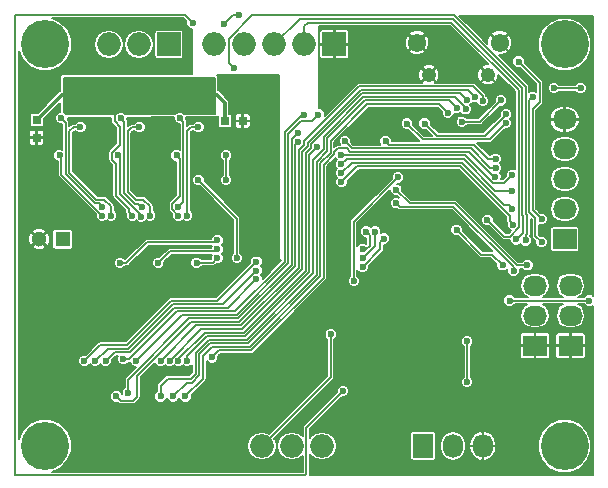
<source format=gbr>
G04 #@! TF.FileFunction,Copper,L2,Bot,Signal*
%FSLAX46Y46*%
G04 Gerber Fmt 4.6, Leading zero omitted, Abs format (unit mm)*
G04 Created by KiCad (PCBNEW 4.0.5) date Wed Jan 11 13:55:51 2017*
%MOMM*%
%LPD*%
G01*
G04 APERTURE LIST*
%ADD10C,0.100000*%
%ADD11C,1.250000*%
%ADD12C,1.550000*%
%ADD13O,1.998980X1.998980*%
%ADD14R,1.998980X1.998980*%
%ADD15R,0.900000X2.500000*%
%ADD16R,2.032000X1.727200*%
%ADD17O,2.032000X1.727200*%
%ADD18C,4.064000*%
%ADD19R,0.750000X0.800000*%
%ADD20R,0.800000X0.750000*%
%ADD21R,1.727200X2.032000*%
%ADD22O,1.727200X2.032000*%
%ADD23R,1.300000X1.300000*%
%ADD24C,1.300000*%
%ADD25C,0.600000*%
%ADD26C,0.150000*%
%ADD27C,0.300000*%
G04 APERTURE END LIST*
D10*
D11*
X140500900Y-55562540D03*
X135500900Y-55562540D03*
D12*
X141500900Y-52862540D03*
X134500900Y-52862540D03*
D13*
X119880000Y-53000000D03*
D14*
X127500000Y-53000000D03*
D13*
X124960000Y-53000000D03*
X122420000Y-53000000D03*
X117340000Y-53000000D03*
D15*
X105200000Y-57250000D03*
X102300000Y-57250000D03*
D16*
X147000000Y-69500000D03*
D17*
X147000000Y-66960000D03*
X147000000Y-64420000D03*
X147000000Y-61880000D03*
X147000000Y-59340000D03*
D18*
X103000000Y-53000000D03*
X103000000Y-87000000D03*
X147000000Y-87000000D03*
X147000000Y-53000000D03*
D19*
X102300000Y-60900000D03*
X102300000Y-59400000D03*
D20*
X119750000Y-59500000D03*
X118250000Y-59500000D03*
D21*
X135000000Y-87000000D03*
D22*
X137540000Y-87000000D03*
X140080000Y-87000000D03*
D16*
X144500000Y-78500000D03*
D17*
X144500000Y-75960000D03*
X144500000Y-73420000D03*
D16*
X147500000Y-78500000D03*
D17*
X147500000Y-75960000D03*
X147500000Y-73420000D03*
D13*
X108420000Y-53000000D03*
D14*
X113500000Y-53000000D03*
D13*
X110960000Y-53000000D03*
X121380000Y-87000000D03*
D14*
X129000000Y-87000000D03*
D13*
X126460000Y-87000000D03*
X123920000Y-87000000D03*
D15*
X116800000Y-57250000D03*
X119700000Y-57250000D03*
D23*
X104500000Y-69500000D03*
D24*
X102500000Y-69500000D03*
D25*
X119250000Y-71100000D03*
X116000000Y-64500000D03*
X144825021Y-61950000D03*
X144825021Y-60450000D03*
X145050000Y-68550000D03*
X145050000Y-66599994D03*
X132000000Y-71250000D03*
X139000000Y-66000000D03*
X135000000Y-65700000D03*
X109000000Y-76250000D03*
X109000000Y-77000000D03*
X108250000Y-77000000D03*
X107500000Y-76250000D03*
X108250000Y-76250000D03*
X107500000Y-77000000D03*
X106750000Y-77000000D03*
X106750000Y-76250000D03*
X117264573Y-72520851D03*
X127425032Y-69900000D03*
X121950000Y-61500000D03*
X123600000Y-82650000D03*
X123600000Y-81900000D03*
X133650000Y-55650000D03*
X139800000Y-72150000D03*
X130500000Y-76650000D03*
X120450000Y-63450000D03*
X121500000Y-79650000D03*
X135300000Y-77400000D03*
X136650000Y-77400000D03*
X129300000Y-66000000D03*
X118050000Y-85200000D03*
X114450000Y-85200000D03*
X109200000Y-85200000D03*
X118350000Y-79800000D03*
X144900000Y-65400000D03*
X144900000Y-63900000D03*
X115500000Y-51150000D03*
X128250000Y-82350000D03*
X148350000Y-56700000D03*
X146100000Y-56700000D03*
X142350000Y-74700000D03*
X149100000Y-74700000D03*
X117600000Y-69599994D03*
X109350000Y-71500000D03*
X106000000Y-60000000D03*
X108600000Y-67500000D03*
X117600000Y-70350000D03*
X112600000Y-71500000D03*
X111000000Y-60000000D03*
X111900000Y-67500000D03*
X117600000Y-71100000D03*
X115850000Y-71500000D03*
X116000000Y-60000000D03*
X115050000Y-67500000D03*
X114900000Y-57000000D03*
X115650000Y-57000000D03*
X115650000Y-56250000D03*
X114900000Y-56250000D03*
X111300000Y-57000000D03*
X110550000Y-57000000D03*
X110550000Y-56250000D03*
X111300000Y-56250000D03*
X106950000Y-57000000D03*
X106200000Y-57000000D03*
X106200000Y-56250000D03*
X106950000Y-56250000D03*
X110400000Y-67500000D03*
X142574957Y-66900000D03*
X128100000Y-63900000D03*
X142574957Y-65400000D03*
X128100000Y-63150000D03*
X142574957Y-64050000D03*
X128100000Y-62400000D03*
X144300000Y-57450000D03*
X138750000Y-81600004D03*
X138750000Y-78150000D03*
X145050000Y-69750000D03*
X141600000Y-57750000D03*
X138300000Y-59550000D03*
X137850000Y-68700000D03*
X141750000Y-71700000D03*
X142050000Y-59674998D03*
X133650000Y-59700000D03*
X142051998Y-58924989D03*
X135150000Y-59700000D03*
X140471239Y-67878762D03*
X142907907Y-69511559D03*
X129150000Y-73050000D03*
X127200000Y-77550000D03*
X132891014Y-64263279D03*
X142681226Y-72150996D03*
X132750000Y-66450000D03*
X143850000Y-71700000D03*
X132749992Y-65313290D03*
X104250000Y-62400000D03*
X107850000Y-67500000D03*
X104400000Y-59250000D03*
X107850000Y-66750000D03*
X111150000Y-67575023D03*
X109200000Y-62400000D03*
X111198889Y-66779410D03*
X109424906Y-59250000D03*
X114150000Y-62400000D03*
X114300000Y-67500000D03*
X114424972Y-59250000D03*
X114300000Y-66749997D03*
X118200000Y-51300000D03*
X143100000Y-54450000D03*
X145050004Y-67800000D03*
X119400000Y-50550000D03*
X118350000Y-62400000D03*
X118350000Y-64500000D03*
X129900000Y-70350000D03*
X130199997Y-68850000D03*
X120900012Y-71400000D03*
X106350000Y-79800000D03*
X130950000Y-68850000D03*
X129900000Y-71100000D03*
X120900000Y-72150000D03*
X107250000Y-79800000D03*
X143700000Y-69600000D03*
X119000000Y-55000000D03*
X131700000Y-69449994D03*
X129900000Y-71850000D03*
X120900000Y-72900000D03*
X108150000Y-79800000D03*
X117150000Y-79500000D03*
X141149617Y-64206729D03*
X126079037Y-61661996D03*
X128400000Y-61200000D03*
X115050000Y-79800000D03*
X141192304Y-63457940D03*
X139415132Y-57472074D03*
X113550000Y-79800000D03*
X138700131Y-57698549D03*
X114300000Y-79800000D03*
X138619554Y-58491894D03*
X112800000Y-82800000D03*
X137876764Y-58388068D03*
X113850000Y-82800000D03*
X137120131Y-58786109D03*
X114900000Y-82800000D03*
X124950000Y-58950000D03*
X109650000Y-79650000D03*
X124408383Y-60508373D03*
X110050000Y-82480000D03*
X124426408Y-61258169D03*
X109050000Y-82800000D03*
X126150000Y-58950000D03*
X110700000Y-79800000D03*
X131850000Y-61200000D03*
X141163421Y-62686579D03*
X140091303Y-57796589D03*
X112800000Y-79800000D03*
X142649987Y-68250000D03*
X128100000Y-64650003D03*
D26*
X116000000Y-64500000D02*
X119250000Y-67750000D01*
X119250000Y-67750000D02*
X119250000Y-71100000D01*
X108250000Y-77000000D02*
X109000000Y-77000000D01*
X107500000Y-76250000D02*
X108250000Y-76250000D01*
X106750000Y-77000000D02*
X107500000Y-77000000D01*
X106750000Y-76250000D02*
X106750000Y-77000000D01*
X114840000Y-50500000D02*
X114850000Y-50500000D01*
X114850000Y-50500000D02*
X115500000Y-51150000D01*
X125144491Y-89355509D02*
X125144491Y-85455509D01*
X125000000Y-89500000D02*
X125144491Y-89355509D01*
X125144491Y-85455509D02*
X128250000Y-82350000D01*
X100500000Y-89500000D02*
X125000000Y-89500000D01*
X100500000Y-50500000D02*
X100500000Y-89500000D01*
X114840000Y-50500000D02*
X100500000Y-50500000D01*
X146100000Y-56700000D02*
X148350000Y-56700000D01*
X149100000Y-74700000D02*
X142350000Y-74700000D01*
X117449993Y-69750001D02*
X117600000Y-69599994D01*
X109900000Y-71500000D02*
X111649999Y-69750001D01*
X109350000Y-71500000D02*
X109900000Y-71500000D01*
X111649999Y-69750001D02*
X117449993Y-69750001D01*
X108600000Y-67500000D02*
X108600000Y-66722998D01*
X107348556Y-66150000D02*
X105075011Y-63876455D01*
X105075011Y-60374989D02*
X105450000Y-60000000D01*
X108600000Y-66722998D02*
X108027002Y-66150000D01*
X108027002Y-66150000D02*
X107348556Y-66150000D01*
X105075011Y-63876455D02*
X105075011Y-60374989D01*
X105450000Y-60000000D02*
X106000000Y-60000000D01*
X113600017Y-70499983D02*
X117450017Y-70499983D01*
X112600000Y-71500000D02*
X113600017Y-70499983D01*
X117450017Y-70499983D02*
X117600000Y-70350000D01*
X111900000Y-67500000D02*
X111900000Y-66722995D01*
X111326994Y-66149989D02*
X110699988Y-66149988D01*
X111900000Y-66722995D02*
X111326994Y-66149989D01*
X110699988Y-66149988D02*
X110025011Y-65475011D01*
X110025011Y-65475011D02*
X110025011Y-60374989D01*
X110025011Y-60374989D02*
X110400000Y-60000000D01*
X110400000Y-60000000D02*
X111000000Y-60000000D01*
X115850000Y-71500000D02*
X117200000Y-71500000D01*
X117200000Y-71500000D02*
X117600000Y-71100000D01*
X115050000Y-67500000D02*
X115050000Y-60300000D01*
X115050000Y-60300000D02*
X115350000Y-60000000D01*
X115350000Y-60000000D02*
X116000000Y-60000000D01*
X110400000Y-67500000D02*
X110100000Y-67200000D01*
X110100000Y-67200000D02*
X110100000Y-66900000D01*
X110100000Y-66900000D02*
X109000000Y-65800000D01*
X109000000Y-65800000D02*
X109000000Y-63100000D01*
X109000000Y-63100000D02*
X108674999Y-62774999D01*
X108674999Y-62774999D02*
X108674999Y-62175001D01*
X108674999Y-62175001D02*
X109350000Y-61500000D01*
X109350000Y-61500000D02*
X109350000Y-59952096D01*
X109350000Y-59952096D02*
X108899905Y-59502001D01*
X108899905Y-59502001D02*
X108899905Y-58997999D01*
X108899905Y-58997999D02*
X110550000Y-57347904D01*
X110550000Y-57347904D02*
X110550000Y-57000000D01*
D27*
X103750000Y-57950000D02*
X102300000Y-59400000D01*
X105200000Y-57250000D02*
X104450000Y-57250000D01*
X104450000Y-57250000D02*
X103750000Y-57950000D01*
D26*
X115650000Y-57000000D02*
X115650000Y-56250000D01*
X114900000Y-57000000D02*
X114900000Y-56250000D01*
X110550000Y-57000000D02*
X110550000Y-56250000D01*
X111300000Y-57000000D02*
X111300000Y-56250000D01*
X106200000Y-57000000D02*
X106200000Y-56250000D01*
X106950000Y-57000000D02*
X106950000Y-56250000D01*
D27*
X118250000Y-59500000D02*
X118250000Y-57950000D01*
X118250000Y-57950000D02*
X117550000Y-57250000D01*
X117550000Y-57250000D02*
X116800000Y-57250000D01*
D26*
X141874279Y-66600001D02*
X142274958Y-66600001D01*
X142274958Y-66600001D02*
X142574957Y-66900000D01*
X130050000Y-63000020D02*
X138274299Y-63000021D01*
X138274299Y-63000021D02*
X141874279Y-66600001D01*
X130050000Y-63000020D02*
X130199980Y-63000020D01*
X128999980Y-63000020D02*
X130050000Y-63000020D01*
X128100000Y-63900000D02*
X128999980Y-63000020D01*
X142150693Y-65400000D02*
X142574957Y-65400000D01*
X141141608Y-65400000D02*
X142150693Y-65400000D01*
X138441618Y-62700010D02*
X141141608Y-65400000D01*
X128100000Y-63150000D02*
X128549990Y-62700010D01*
X128549990Y-62700010D02*
X138441618Y-62700010D01*
X140897616Y-64731730D02*
X141893227Y-64731730D01*
X128100000Y-62400000D02*
X138565886Y-62400000D01*
X141893227Y-64731730D02*
X142274958Y-64349999D01*
X142274958Y-64349999D02*
X142574957Y-64050000D01*
X138565886Y-62400000D02*
X140897616Y-64731730D01*
X144000000Y-67209972D02*
X144000000Y-57750000D01*
X144000000Y-57750000D02*
X144300000Y-57450000D01*
X144524999Y-69224999D02*
X144524999Y-67734971D01*
X145050000Y-69750000D02*
X144524999Y-69224999D01*
X144524999Y-67734971D02*
X144000000Y-67209972D01*
X138750000Y-78150000D02*
X138750000Y-81600004D01*
X139800000Y-59550000D02*
X141600000Y-57750000D01*
X138300000Y-59550000D02*
X139800000Y-59550000D01*
X141750000Y-71700000D02*
X140850000Y-70800000D01*
X140850000Y-70800000D02*
X139950000Y-70800000D01*
X139950000Y-70800000D02*
X137850000Y-68700000D01*
X135000011Y-61050011D02*
X140674987Y-61050011D01*
X140674987Y-61050011D02*
X142050000Y-59674998D01*
X133650000Y-59700000D02*
X135000011Y-61050011D01*
X147000000Y-64420000D02*
X146847600Y-64420000D01*
X135150000Y-59700000D02*
X136200000Y-60750000D01*
X136200000Y-60750000D02*
X140226987Y-60750000D01*
X140226987Y-60750000D02*
X141751999Y-59224988D01*
X141751999Y-59224988D02*
X142051998Y-58924989D01*
X140471239Y-67878762D02*
X141892477Y-69300000D01*
X141892477Y-69300000D02*
X142377002Y-69300000D01*
X142377002Y-69300000D02*
X143174995Y-68502007D01*
X143174995Y-68502007D02*
X143174995Y-67657803D01*
X143099967Y-56849967D02*
X137400000Y-51150000D01*
X143174995Y-67657803D02*
X143099967Y-67582775D01*
X143099967Y-67582775D02*
X143099967Y-56849967D01*
X137400000Y-51150000D02*
X125250000Y-51150000D01*
X125250000Y-51150000D02*
X124960000Y-51440000D01*
X124960000Y-51440000D02*
X124960000Y-53000000D01*
X143475006Y-68944460D02*
X143207906Y-69211560D01*
X143475006Y-67533535D02*
X143475006Y-68944460D01*
X124570011Y-50849989D02*
X137524268Y-50849989D01*
X143399978Y-56725699D02*
X143399978Y-67458507D01*
X143207906Y-69211560D02*
X142907907Y-69511559D01*
X137524268Y-50849989D02*
X143399978Y-56725699D01*
X143399978Y-67458507D02*
X143475006Y-67533535D01*
X122420000Y-53000000D02*
X124570011Y-50849989D01*
X132891014Y-64263279D02*
X129150000Y-68004293D01*
X129150000Y-68004293D02*
X129150000Y-73050000D01*
X127200000Y-77974264D02*
X127200000Y-77550000D01*
X127200000Y-81180000D02*
X127200000Y-77974264D01*
X121380000Y-87000000D02*
X127200000Y-81180000D01*
X142681226Y-71873704D02*
X142681226Y-72150996D01*
X133050011Y-66750011D02*
X137557533Y-66750011D01*
X132750000Y-66450000D02*
X133050011Y-66750011D01*
X137557533Y-66750011D02*
X142681226Y-71873704D01*
X132749992Y-65313290D02*
X133886702Y-66450000D01*
X133886702Y-66450000D02*
X137700000Y-66450000D01*
X137700000Y-66450000D02*
X142950000Y-71700000D01*
X142950000Y-71700000D02*
X143850000Y-71700000D01*
X107850000Y-67500000D02*
X104400000Y-64050000D01*
X104400000Y-64050000D02*
X104400000Y-62550000D01*
X104400000Y-62550000D02*
X104250000Y-62400000D01*
X104400000Y-59250000D02*
X104775001Y-59625001D01*
X104775001Y-59625001D02*
X104775001Y-64000723D01*
X107224279Y-66450001D02*
X107550001Y-66450001D01*
X104775001Y-64000723D02*
X107224279Y-66450001D01*
X107550001Y-66450001D02*
X107850000Y-66750000D01*
X111150000Y-67575023D02*
X111150000Y-67472998D01*
X111150000Y-67472998D02*
X109350000Y-65672998D01*
X109350000Y-65672998D02*
X109350000Y-62550000D01*
X109350000Y-62550000D02*
X109200000Y-62400000D01*
X109424906Y-59250000D02*
X109725001Y-59550095D01*
X110605135Y-66479411D02*
X110898890Y-66479411D01*
X110898890Y-66479411D02*
X111198889Y-66779410D01*
X109725001Y-65599277D02*
X110605135Y-66479411D01*
X109725001Y-59550095D02*
X109725001Y-65599277D01*
X114300000Y-67500000D02*
X113774999Y-66974999D01*
X113774999Y-66974999D02*
X113774999Y-66497996D01*
X113774999Y-66497996D02*
X114424961Y-65848034D01*
X114424961Y-65848034D02*
X114424961Y-62674961D01*
X114424961Y-62674961D02*
X114150000Y-62400000D01*
X114724971Y-59549999D02*
X114424972Y-59250000D01*
X114300000Y-66749997D02*
X114724971Y-66325026D01*
X114724971Y-66325026D02*
X114724971Y-59549999D01*
X144300011Y-58499989D02*
X144300011Y-67050007D01*
X144900000Y-56250000D02*
X144900000Y-57900000D01*
X143100000Y-54450000D02*
X144900000Y-56250000D01*
X144300011Y-67050007D02*
X145050004Y-67800000D01*
X144900000Y-57900000D02*
X144300011Y-58499989D01*
X118950000Y-50550000D02*
X118200000Y-51300000D01*
X119400000Y-50550000D02*
X118950000Y-50550000D01*
X118350000Y-64500000D02*
X118350000Y-62400000D01*
X130199997Y-68850000D02*
X130500000Y-69150003D01*
X130500000Y-69150003D02*
X130500000Y-70075722D01*
X130500000Y-70075722D02*
X130225722Y-70350000D01*
X130225722Y-70350000D02*
X129900000Y-70350000D01*
X117600166Y-74699846D02*
X120900012Y-71400000D01*
X109950000Y-78450000D02*
X113700154Y-74699846D01*
X107700000Y-78450000D02*
X109950000Y-78450000D01*
X113700154Y-74699846D02*
X117600166Y-74699846D01*
X106350000Y-79800000D02*
X107700000Y-78450000D01*
X129900000Y-71100000D02*
X130950000Y-70050000D01*
X130950000Y-70050000D02*
X130950000Y-68850000D01*
X120374999Y-72675001D02*
X120900000Y-72150000D01*
X118050143Y-74999857D02*
X120374999Y-72675001D01*
X110074268Y-78750011D02*
X113824422Y-74999857D01*
X108299989Y-78750011D02*
X110074268Y-78750011D01*
X107250000Y-79800000D02*
X108299989Y-78750011D01*
X113824422Y-74999857D02*
X118050143Y-74999857D01*
X143850000Y-67484250D02*
X143850000Y-69025736D01*
X143699989Y-67334239D02*
X143850000Y-67484250D01*
X137598558Y-50500000D02*
X143699989Y-56601431D01*
X120567752Y-50500000D02*
X137598558Y-50500000D01*
X143700000Y-69175736D02*
X143700000Y-69600000D01*
X118564491Y-52503261D02*
X120567752Y-50500000D01*
X119000000Y-55000000D02*
X118564491Y-54564491D01*
X143699989Y-56601431D02*
X143699989Y-67334239D01*
X118564491Y-54564491D02*
X118564491Y-52503261D01*
X143850000Y-69025736D02*
X143700000Y-69175736D01*
X129900000Y-71850000D02*
X131400000Y-70350000D01*
X131400000Y-70350000D02*
X131400000Y-69749994D01*
X131400000Y-69749994D02*
X131700000Y-69449994D01*
X108150000Y-79800000D02*
X108899978Y-79050022D01*
X118500132Y-75299868D02*
X120900000Y-72900000D01*
X108899978Y-79050022D02*
X110198536Y-79050022D01*
X113948690Y-75299868D02*
X118500132Y-75299868D01*
X110198536Y-79050022D02*
X113948690Y-75299868D01*
X126600121Y-63190751D02*
X126600121Y-72766948D01*
X126600121Y-72766948D02*
X120467069Y-78900000D01*
X120467069Y-78900000D02*
X117750000Y-78900000D01*
X127504071Y-62286801D02*
X126600121Y-63190751D01*
X127824882Y-61800000D02*
X127504071Y-62120811D01*
X127504071Y-62120811D02*
X127504071Y-62286801D01*
X128550000Y-61800000D02*
X127824882Y-61800000D01*
X138890000Y-62090000D02*
X128840000Y-62090000D01*
X141006729Y-64206729D02*
X138890000Y-62090000D01*
X141149617Y-64206729D02*
X141006729Y-64206729D01*
X128840000Y-62090000D02*
X128550000Y-61800000D01*
X117750000Y-78900000D02*
X117150000Y-79500000D01*
X119969997Y-77699956D02*
X125400077Y-72269876D01*
X125400077Y-72269876D02*
X125400077Y-62340956D01*
X125400077Y-62340956D02*
X126079037Y-61661996D01*
X115050000Y-79800000D02*
X115050000Y-79350000D01*
X115050000Y-79350000D02*
X116700044Y-77699956D01*
X116700044Y-77699956D02*
X119969997Y-77699956D01*
X128989989Y-61789989D02*
X128400000Y-61200000D01*
X139039989Y-61789989D02*
X128989989Y-61789989D01*
X141192304Y-63457940D02*
X140707940Y-63457940D01*
X140707940Y-63457940D02*
X139039989Y-61789989D01*
X138793022Y-56849964D02*
X139415132Y-57472074D01*
X116250066Y-77099934D02*
X119721461Y-77099934D01*
X129724314Y-56849964D02*
X138793022Y-56849964D01*
X124800055Y-72021340D02*
X124800055Y-62085803D01*
X119721461Y-77099934D02*
X124800055Y-72021340D01*
X125251420Y-61634438D02*
X125251420Y-61322858D01*
X125251420Y-61322858D02*
X129724314Y-56849964D01*
X124800055Y-62085803D02*
X125251420Y-61634438D01*
X113550000Y-79800000D02*
X116250066Y-77099934D01*
X129848581Y-57149975D02*
X138151557Y-57149975D01*
X125100066Y-72145608D02*
X125100066Y-62210071D01*
X114300000Y-79800000D02*
X114300000Y-79650000D01*
X138151557Y-57149975D02*
X138700131Y-57698549D01*
X119845729Y-77399945D02*
X125100066Y-72145608D01*
X116550055Y-77399945D02*
X119845729Y-77399945D01*
X114300000Y-79650000D02*
X116550055Y-77399945D01*
X125100066Y-62210071D02*
X125551431Y-61758706D01*
X125551431Y-61447125D02*
X129848581Y-57149975D01*
X125551431Y-61758706D02*
X125551431Y-61447125D01*
X113400000Y-81300000D02*
X115350000Y-81300000D01*
X115759989Y-79115732D02*
X116875754Y-77999967D01*
X120094265Y-77999967D02*
X125700088Y-72394144D01*
X112800000Y-82800000D02*
X112800000Y-81900000D01*
X112800000Y-81900000D02*
X113400000Y-81300000D01*
X125700088Y-62801960D02*
X126604038Y-61898010D01*
X115350000Y-81300000D02*
X115759989Y-80890011D01*
X115759989Y-80890011D02*
X115759989Y-79115732D01*
X126604038Y-60818795D02*
X129972848Y-57449986D01*
X129972848Y-57449986D02*
X137709090Y-57449986D01*
X126604038Y-61898010D02*
X126604038Y-60818795D01*
X116875754Y-77999967D02*
X120094265Y-77999967D01*
X138619554Y-58360450D02*
X138619554Y-58491894D01*
X137709090Y-57449986D02*
X138619554Y-58360450D01*
X125700088Y-72394144D02*
X125700088Y-62801960D01*
X126000099Y-62942215D02*
X126904049Y-62038265D01*
X126904049Y-60943063D02*
X130097112Y-57750000D01*
X130097112Y-57750000D02*
X137238696Y-57750000D01*
X126904049Y-62038265D02*
X126904049Y-60943063D01*
X116060000Y-79240000D02*
X117000022Y-78299978D01*
X126000099Y-72518412D02*
X126000099Y-62942215D01*
X116060000Y-81014279D02*
X116060000Y-79240000D01*
X117000022Y-78299978D02*
X120218533Y-78299978D01*
X115020000Y-81630000D02*
X115444278Y-81630000D01*
X113850000Y-82800000D02*
X115020000Y-81630000D01*
X120218533Y-78299978D02*
X126000099Y-72518412D01*
X137238696Y-57750000D02*
X137876764Y-58388068D01*
X115444278Y-81630000D02*
X116060000Y-81014279D01*
X117150011Y-78599989D02*
X120342801Y-78599989D01*
X126300110Y-63066483D02*
X127204060Y-62162533D01*
X130305519Y-58060000D02*
X136394022Y-58060000D01*
X114900000Y-82800000D02*
X116400020Y-81299980D01*
X136394022Y-58060000D02*
X137120131Y-58786109D01*
X127204060Y-62162533D02*
X127204060Y-61161459D01*
X116400020Y-81299980D02*
X116400020Y-79349980D01*
X126300110Y-72642680D02*
X126300110Y-63066483D01*
X116400020Y-79349980D02*
X117150011Y-78599989D01*
X127204060Y-61161459D02*
X130305519Y-58060000D01*
X120342801Y-78599989D02*
X126300110Y-72642680D01*
X109650000Y-79650000D02*
X110100000Y-79650000D01*
X123300000Y-60449999D02*
X124799999Y-58950000D01*
X110100000Y-79650000D02*
X114150121Y-75599879D01*
X124799999Y-58950000D02*
X124950000Y-58950000D01*
X114150121Y-75599879D02*
X119100121Y-75599879D01*
X119100121Y-75599879D02*
X123300000Y-71400000D01*
X123300000Y-71400000D02*
X123300000Y-60449999D01*
X123900022Y-71648536D02*
X123900022Y-61016734D01*
X110050000Y-82480000D02*
X110050000Y-81375721D01*
X110050000Y-81375721D02*
X115225820Y-76199901D01*
X119348657Y-76199901D02*
X123900022Y-71648536D01*
X115225820Y-76199901D02*
X119348657Y-76199901D01*
X123900022Y-61016734D02*
X124408383Y-60508373D01*
X124200033Y-61484544D02*
X124426408Y-61258169D01*
X124200033Y-71772804D02*
X124200033Y-61484544D01*
X119472925Y-76499912D02*
X124200033Y-71772804D01*
X110805001Y-82822001D02*
X110805001Y-81044999D01*
X110805001Y-81044999D02*
X115350088Y-76499912D01*
X109405001Y-83155001D02*
X110472001Y-83155001D01*
X109050000Y-82800000D02*
X109405001Y-83155001D01*
X115350088Y-76499912D02*
X119472925Y-76499912D01*
X110472001Y-83155001D02*
X110805001Y-82822001D01*
X141163421Y-62686579D02*
X141150000Y-62700000D01*
X141150000Y-62700000D02*
X140550000Y-62700000D01*
X140550000Y-62700000D02*
X139330000Y-61480000D01*
X139330000Y-61480000D02*
X132130000Y-61480000D01*
X132130000Y-61480000D02*
X132000000Y-61350000D01*
X132000000Y-61350000D02*
X131850000Y-61200000D01*
X125624999Y-59475001D02*
X126150000Y-58950000D01*
X124699277Y-59475001D02*
X125624999Y-59475001D01*
X123600011Y-60574267D02*
X124699277Y-59475001D01*
X119224389Y-75899890D02*
X123600011Y-71524268D01*
X110700000Y-79800000D02*
X114600110Y-75899890D01*
X114600110Y-75899890D02*
X119224389Y-75899890D01*
X123600011Y-71524268D02*
X123600011Y-60574267D01*
X140091303Y-57391695D02*
X140091303Y-57796589D01*
X119597193Y-76799923D02*
X124500044Y-71897072D01*
X124951409Y-61510170D02*
X124951409Y-61198591D01*
X124500044Y-61961535D02*
X124951409Y-61510170D01*
X112800000Y-79800000D02*
X115800077Y-76799923D01*
X129600047Y-56549953D02*
X139249561Y-56549953D01*
X124951409Y-61198591D02*
X129600047Y-56549953D01*
X124500044Y-71897072D02*
X124500044Y-61961535D01*
X115800077Y-76799923D02*
X119597193Y-76799923D01*
X139249561Y-56549953D02*
X140091303Y-57391695D01*
X128100000Y-64650003D02*
X129449973Y-63300030D01*
X129449973Y-63300030D02*
X138150030Y-63300030D01*
X138150030Y-63300030D02*
X142349988Y-67499988D01*
X142349988Y-67950001D02*
X142649987Y-68250000D01*
X142349988Y-67499988D02*
X142349988Y-67950001D01*
G36*
X149425000Y-74282457D02*
X149397777Y-74255186D01*
X149204887Y-74175092D01*
X148996029Y-74174909D01*
X148803000Y-74254667D01*
X148657413Y-74400000D01*
X148131817Y-74400000D01*
X148446469Y-74189756D01*
X148682448Y-73836589D01*
X148765313Y-73420000D01*
X148682448Y-73003411D01*
X148446469Y-72650244D01*
X148093302Y-72414265D01*
X147676713Y-72331400D01*
X147323287Y-72331400D01*
X146906698Y-72414265D01*
X146553531Y-72650244D01*
X146317552Y-73003411D01*
X146234687Y-73420000D01*
X146317552Y-73836589D01*
X146553531Y-74189756D01*
X146868183Y-74400000D01*
X145131817Y-74400000D01*
X145446469Y-74189756D01*
X145682448Y-73836589D01*
X145765313Y-73420000D01*
X145682448Y-73003411D01*
X145446469Y-72650244D01*
X145093302Y-72414265D01*
X144676713Y-72331400D01*
X144323287Y-72331400D01*
X143906698Y-72414265D01*
X143553531Y-72650244D01*
X143317552Y-73003411D01*
X143234687Y-73420000D01*
X143317552Y-73836589D01*
X143553531Y-74189756D01*
X143868183Y-74400000D01*
X142792338Y-74400000D01*
X142647777Y-74255186D01*
X142454887Y-74175092D01*
X142246029Y-74174909D01*
X142053000Y-74254667D01*
X141905186Y-74402223D01*
X141825092Y-74595113D01*
X141824909Y-74803971D01*
X141904667Y-74997000D01*
X142052223Y-75144814D01*
X142245113Y-75224908D01*
X142453971Y-75225091D01*
X142647000Y-75145333D01*
X142792587Y-75000000D01*
X143838251Y-75000000D01*
X143553531Y-75190244D01*
X143317552Y-75543411D01*
X143234687Y-75960000D01*
X143317552Y-76376589D01*
X143553531Y-76729756D01*
X143906698Y-76965735D01*
X144323287Y-77048600D01*
X144676713Y-77048600D01*
X145093302Y-76965735D01*
X145446469Y-76729756D01*
X145682448Y-76376589D01*
X145765313Y-75960000D01*
X145682448Y-75543411D01*
X145446469Y-75190244D01*
X145161749Y-75000000D01*
X146838251Y-75000000D01*
X146553531Y-75190244D01*
X146317552Y-75543411D01*
X146234687Y-75960000D01*
X146317552Y-76376589D01*
X146553531Y-76729756D01*
X146906698Y-76965735D01*
X147323287Y-77048600D01*
X147676713Y-77048600D01*
X148093302Y-76965735D01*
X148446469Y-76729756D01*
X148682448Y-76376589D01*
X148765313Y-75960000D01*
X148682448Y-75543411D01*
X148446469Y-75190244D01*
X148161749Y-75000000D01*
X148657662Y-75000000D01*
X148802223Y-75144814D01*
X148995113Y-75224908D01*
X149203971Y-75225091D01*
X149397000Y-75145333D01*
X149425000Y-75117382D01*
X149425000Y-89425000D01*
X125430668Y-89425000D01*
X125444491Y-89355509D01*
X125444491Y-87677759D01*
X125570166Y-87865845D01*
X125967419Y-88131281D01*
X126436011Y-88224490D01*
X126483989Y-88224490D01*
X126952581Y-88131281D01*
X127349834Y-87865845D01*
X127615270Y-87468592D01*
X127708479Y-87000000D01*
X127615270Y-86531408D01*
X127349834Y-86134155D01*
X127125112Y-85984000D01*
X133906992Y-85984000D01*
X133906992Y-88016000D01*
X133922681Y-88099380D01*
X133971959Y-88175960D01*
X134047147Y-88227334D01*
X134136400Y-88245408D01*
X135863600Y-88245408D01*
X135946980Y-88229719D01*
X136023560Y-88180441D01*
X136074934Y-88105253D01*
X136093008Y-88016000D01*
X136093008Y-86823287D01*
X136451400Y-86823287D01*
X136451400Y-87176713D01*
X136534265Y-87593302D01*
X136770244Y-87946469D01*
X137123411Y-88182448D01*
X137540000Y-88265313D01*
X137956589Y-88182448D01*
X138309756Y-87946469D01*
X138545735Y-87593302D01*
X138628600Y-87176713D01*
X138628600Y-87025000D01*
X138941400Y-87025000D01*
X138941400Y-87177400D01*
X139037638Y-87611220D01*
X139292566Y-87975189D01*
X139667374Y-88213896D01*
X139877234Y-88272800D01*
X140055000Y-88221958D01*
X140055000Y-87025000D01*
X140105000Y-87025000D01*
X140105000Y-88221958D01*
X140282766Y-88272800D01*
X140492626Y-88213896D01*
X140867434Y-87975189D01*
X141122362Y-87611220D01*
X141158797Y-87446975D01*
X144742609Y-87446975D01*
X145085493Y-88276817D01*
X145719843Y-88912276D01*
X146549085Y-89256607D01*
X147446975Y-89257391D01*
X148276817Y-88914507D01*
X148912276Y-88280157D01*
X149256607Y-87450915D01*
X149257391Y-86553025D01*
X148914507Y-85723183D01*
X148280157Y-85087724D01*
X147450915Y-84743393D01*
X146553025Y-84742609D01*
X145723183Y-85085493D01*
X145087724Y-85719843D01*
X144743393Y-86549085D01*
X144742609Y-87446975D01*
X141158797Y-87446975D01*
X141218600Y-87177400D01*
X141218600Y-87025000D01*
X140105000Y-87025000D01*
X140055000Y-87025000D01*
X138941400Y-87025000D01*
X138628600Y-87025000D01*
X138628600Y-86823287D01*
X138628464Y-86822600D01*
X138941400Y-86822600D01*
X138941400Y-86975000D01*
X140055000Y-86975000D01*
X140055000Y-85778042D01*
X140105000Y-85778042D01*
X140105000Y-86975000D01*
X141218600Y-86975000D01*
X141218600Y-86822600D01*
X141122362Y-86388780D01*
X140867434Y-86024811D01*
X140492626Y-85786104D01*
X140282766Y-85727200D01*
X140105000Y-85778042D01*
X140055000Y-85778042D01*
X139877234Y-85727200D01*
X139667374Y-85786104D01*
X139292566Y-86024811D01*
X139037638Y-86388780D01*
X138941400Y-86822600D01*
X138628464Y-86822600D01*
X138545735Y-86406698D01*
X138309756Y-86053531D01*
X137956589Y-85817552D01*
X137540000Y-85734687D01*
X137123411Y-85817552D01*
X136770244Y-86053531D01*
X136534265Y-86406698D01*
X136451400Y-86823287D01*
X136093008Y-86823287D01*
X136093008Y-85984000D01*
X136077319Y-85900620D01*
X136028041Y-85824040D01*
X135952853Y-85772666D01*
X135863600Y-85754592D01*
X134136400Y-85754592D01*
X134053020Y-85770281D01*
X133976440Y-85819559D01*
X133925066Y-85894747D01*
X133906992Y-85984000D01*
X127125112Y-85984000D01*
X126952581Y-85868719D01*
X126483989Y-85775510D01*
X126436011Y-85775510D01*
X125967419Y-85868719D01*
X125570166Y-86134155D01*
X125444491Y-86322241D01*
X125444491Y-85579773D01*
X128149352Y-82874912D01*
X128353971Y-82875091D01*
X128547000Y-82795333D01*
X128694814Y-82647777D01*
X128774908Y-82454887D01*
X128775091Y-82246029D01*
X128695333Y-82053000D01*
X128547777Y-81905186D01*
X128354887Y-81825092D01*
X128146029Y-81824909D01*
X127953000Y-81904667D01*
X127805186Y-82052223D01*
X127725092Y-82245113D01*
X127724912Y-82450824D01*
X124932359Y-85243377D01*
X124867327Y-85340704D01*
X124844491Y-85455509D01*
X124844491Y-86186023D01*
X124809834Y-86134155D01*
X124412581Y-85868719D01*
X123943989Y-85775510D01*
X123896011Y-85775510D01*
X123427419Y-85868719D01*
X123030166Y-86134155D01*
X122764730Y-86531408D01*
X122671521Y-87000000D01*
X122764730Y-87468592D01*
X123030166Y-87865845D01*
X123427419Y-88131281D01*
X123896011Y-88224490D01*
X123943989Y-88224490D01*
X124412581Y-88131281D01*
X124809834Y-87865845D01*
X124844491Y-87813977D01*
X124844491Y-89200000D01*
X103585872Y-89200000D01*
X104276817Y-88914507D01*
X104912276Y-88280157D01*
X105256607Y-87450915D01*
X105257000Y-87000000D01*
X120131521Y-87000000D01*
X120224730Y-87468592D01*
X120490166Y-87865845D01*
X120887419Y-88131281D01*
X121356011Y-88224490D01*
X121403989Y-88224490D01*
X121872581Y-88131281D01*
X122269834Y-87865845D01*
X122535270Y-87468592D01*
X122628479Y-87000000D01*
X122535270Y-86531408D01*
X122430162Y-86374102D01*
X127412132Y-81392132D01*
X127477164Y-81294805D01*
X127500000Y-81180000D01*
X127500000Y-78253971D01*
X138224909Y-78253971D01*
X138304667Y-78447000D01*
X138450000Y-78592587D01*
X138450000Y-81157666D01*
X138305186Y-81302227D01*
X138225092Y-81495117D01*
X138224909Y-81703975D01*
X138304667Y-81897004D01*
X138452223Y-82044818D01*
X138645113Y-82124912D01*
X138853971Y-82125095D01*
X139047000Y-82045337D01*
X139194814Y-81897781D01*
X139274908Y-81704891D01*
X139275091Y-81496033D01*
X139195333Y-81303004D01*
X139050000Y-81157417D01*
X139050000Y-78593750D01*
X143209000Y-78593750D01*
X143209000Y-79418301D01*
X143250866Y-79519375D01*
X143328225Y-79596734D01*
X143429299Y-79638600D01*
X144406250Y-79638600D01*
X144475000Y-79569850D01*
X144475000Y-78525000D01*
X144525000Y-78525000D01*
X144525000Y-79569850D01*
X144593750Y-79638600D01*
X145570701Y-79638600D01*
X145671775Y-79596734D01*
X145749134Y-79519375D01*
X145791000Y-79418301D01*
X145791000Y-78593750D01*
X146209000Y-78593750D01*
X146209000Y-79418301D01*
X146250866Y-79519375D01*
X146328225Y-79596734D01*
X146429299Y-79638600D01*
X147406250Y-79638600D01*
X147475000Y-79569850D01*
X147475000Y-78525000D01*
X147525000Y-78525000D01*
X147525000Y-79569850D01*
X147593750Y-79638600D01*
X148570701Y-79638600D01*
X148671775Y-79596734D01*
X148749134Y-79519375D01*
X148791000Y-79418301D01*
X148791000Y-78593750D01*
X148722250Y-78525000D01*
X147525000Y-78525000D01*
X147475000Y-78525000D01*
X146277750Y-78525000D01*
X146209000Y-78593750D01*
X145791000Y-78593750D01*
X145722250Y-78525000D01*
X144525000Y-78525000D01*
X144475000Y-78525000D01*
X143277750Y-78525000D01*
X143209000Y-78593750D01*
X139050000Y-78593750D01*
X139050000Y-78592338D01*
X139194814Y-78447777D01*
X139274908Y-78254887D01*
X139275091Y-78046029D01*
X139195333Y-77853000D01*
X139047777Y-77705186D01*
X138854887Y-77625092D01*
X138646029Y-77624909D01*
X138453000Y-77704667D01*
X138305186Y-77852223D01*
X138225092Y-78045113D01*
X138224909Y-78253971D01*
X127500000Y-78253971D01*
X127500000Y-77992338D01*
X127644814Y-77847777D01*
X127724908Y-77654887D01*
X127724972Y-77581699D01*
X143209000Y-77581699D01*
X143209000Y-78406250D01*
X143277750Y-78475000D01*
X144475000Y-78475000D01*
X144475000Y-77430150D01*
X144525000Y-77430150D01*
X144525000Y-78475000D01*
X145722250Y-78475000D01*
X145791000Y-78406250D01*
X145791000Y-77581699D01*
X146209000Y-77581699D01*
X146209000Y-78406250D01*
X146277750Y-78475000D01*
X147475000Y-78475000D01*
X147475000Y-77430150D01*
X147525000Y-77430150D01*
X147525000Y-78475000D01*
X148722250Y-78475000D01*
X148791000Y-78406250D01*
X148791000Y-77581699D01*
X148749134Y-77480625D01*
X148671775Y-77403266D01*
X148570701Y-77361400D01*
X147593750Y-77361400D01*
X147525000Y-77430150D01*
X147475000Y-77430150D01*
X147406250Y-77361400D01*
X146429299Y-77361400D01*
X146328225Y-77403266D01*
X146250866Y-77480625D01*
X146209000Y-77581699D01*
X145791000Y-77581699D01*
X145749134Y-77480625D01*
X145671775Y-77403266D01*
X145570701Y-77361400D01*
X144593750Y-77361400D01*
X144525000Y-77430150D01*
X144475000Y-77430150D01*
X144406250Y-77361400D01*
X143429299Y-77361400D01*
X143328225Y-77403266D01*
X143250866Y-77480625D01*
X143209000Y-77581699D01*
X127724972Y-77581699D01*
X127725091Y-77446029D01*
X127645333Y-77253000D01*
X127497777Y-77105186D01*
X127304887Y-77025092D01*
X127096029Y-77024909D01*
X126903000Y-77104667D01*
X126755186Y-77252223D01*
X126675092Y-77445113D01*
X126674909Y-77653971D01*
X126754667Y-77847000D01*
X126900000Y-77992587D01*
X126900000Y-81055736D01*
X122001126Y-85954610D01*
X121872581Y-85868719D01*
X121403989Y-85775510D01*
X121356011Y-85775510D01*
X120887419Y-85868719D01*
X120490166Y-86134155D01*
X120224730Y-86531408D01*
X120131521Y-87000000D01*
X105257000Y-87000000D01*
X105257391Y-86553025D01*
X104914507Y-85723183D01*
X104280157Y-85087724D01*
X103450915Y-84743393D01*
X102553025Y-84742609D01*
X101723183Y-85085493D01*
X101087724Y-85719843D01*
X100800000Y-86412760D01*
X100800000Y-71603971D01*
X108824909Y-71603971D01*
X108904667Y-71797000D01*
X109052223Y-71944814D01*
X109245113Y-72024908D01*
X109453971Y-72025091D01*
X109647000Y-71945333D01*
X109792587Y-71800000D01*
X109900000Y-71800000D01*
X110014805Y-71777164D01*
X110112132Y-71712132D01*
X111774263Y-70050001D01*
X117157412Y-70050001D01*
X117155186Y-70052223D01*
X117093831Y-70199983D01*
X113600017Y-70199983D01*
X113485212Y-70222819D01*
X113387885Y-70287851D01*
X112700648Y-70975088D01*
X112496029Y-70974909D01*
X112303000Y-71054667D01*
X112155186Y-71202223D01*
X112075092Y-71395113D01*
X112074909Y-71603971D01*
X112154667Y-71797000D01*
X112302223Y-71944814D01*
X112495113Y-72024908D01*
X112703971Y-72025091D01*
X112897000Y-71945333D01*
X113044814Y-71797777D01*
X113124908Y-71604887D01*
X113125088Y-71399176D01*
X113724281Y-70799983D01*
X117157430Y-70799983D01*
X117155186Y-70802223D01*
X117075092Y-70995113D01*
X117074912Y-71200000D01*
X116292338Y-71200000D01*
X116147777Y-71055186D01*
X115954887Y-70975092D01*
X115746029Y-70974909D01*
X115553000Y-71054667D01*
X115405186Y-71202223D01*
X115325092Y-71395113D01*
X115324909Y-71603971D01*
X115404667Y-71797000D01*
X115552223Y-71944814D01*
X115745113Y-72024908D01*
X115953971Y-72025091D01*
X116147000Y-71945333D01*
X116292587Y-71800000D01*
X117200000Y-71800000D01*
X117314805Y-71777164D01*
X117412132Y-71712132D01*
X117499352Y-71624912D01*
X117703971Y-71625091D01*
X117897000Y-71545333D01*
X118044814Y-71397777D01*
X118124908Y-71204887D01*
X118125091Y-70996029D01*
X118045333Y-70803000D01*
X117967463Y-70724993D01*
X118044814Y-70647777D01*
X118124908Y-70454887D01*
X118125091Y-70246029D01*
X118045333Y-70053000D01*
X117967460Y-69974990D01*
X118044814Y-69897771D01*
X118124908Y-69704881D01*
X118125091Y-69496023D01*
X118045333Y-69302994D01*
X117897777Y-69155180D01*
X117704887Y-69075086D01*
X117496029Y-69074903D01*
X117303000Y-69154661D01*
X117155186Y-69302217D01*
X117093821Y-69450001D01*
X111649999Y-69450001D01*
X111535194Y-69472837D01*
X111437867Y-69537869D01*
X109784044Y-71191692D01*
X109647777Y-71055186D01*
X109454887Y-70975092D01*
X109246029Y-70974909D01*
X109053000Y-71054667D01*
X108905186Y-71202223D01*
X108825092Y-71395113D01*
X108824909Y-71603971D01*
X100800000Y-71603971D01*
X100800000Y-70135700D01*
X101899656Y-70135700D01*
X101966066Y-70277429D01*
X102304219Y-70422578D01*
X102672178Y-70427273D01*
X103013923Y-70290799D01*
X103033934Y-70277429D01*
X103100344Y-70135700D01*
X102500000Y-69535355D01*
X101899656Y-70135700D01*
X100800000Y-70135700D01*
X100800000Y-69672178D01*
X101572727Y-69672178D01*
X101709201Y-70013923D01*
X101722571Y-70033934D01*
X101864300Y-70100344D01*
X102464645Y-69500000D01*
X102535355Y-69500000D01*
X103135700Y-70100344D01*
X103277429Y-70033934D01*
X103422578Y-69695781D01*
X103427273Y-69327822D01*
X103290799Y-68986077D01*
X103277429Y-68966066D01*
X103135700Y-68899656D01*
X102535355Y-69500000D01*
X102464645Y-69500000D01*
X101864300Y-68899656D01*
X101722571Y-68966066D01*
X101577422Y-69304219D01*
X101572727Y-69672178D01*
X100800000Y-69672178D01*
X100800000Y-68864300D01*
X101899656Y-68864300D01*
X102500000Y-69464645D01*
X103100344Y-68864300D01*
X103093644Y-68850000D01*
X103620592Y-68850000D01*
X103620592Y-70150000D01*
X103636281Y-70233380D01*
X103685559Y-70309960D01*
X103760747Y-70361334D01*
X103850000Y-70379408D01*
X105150000Y-70379408D01*
X105233380Y-70363719D01*
X105309960Y-70314441D01*
X105361334Y-70239253D01*
X105379408Y-70150000D01*
X105379408Y-68850000D01*
X105363719Y-68766620D01*
X105314441Y-68690040D01*
X105239253Y-68638666D01*
X105150000Y-68620592D01*
X103850000Y-68620592D01*
X103766620Y-68636281D01*
X103690040Y-68685559D01*
X103638666Y-68760747D01*
X103620592Y-68850000D01*
X103093644Y-68850000D01*
X103033934Y-68722571D01*
X102695781Y-68577422D01*
X102327822Y-68572727D01*
X101986077Y-68709201D01*
X101966066Y-68722571D01*
X101899656Y-68864300D01*
X100800000Y-68864300D01*
X100800000Y-60993750D01*
X101650000Y-60993750D01*
X101650000Y-61354701D01*
X101691866Y-61455775D01*
X101769225Y-61533134D01*
X101870299Y-61575000D01*
X102206250Y-61575000D01*
X102275000Y-61506250D01*
X102275000Y-60925000D01*
X102325000Y-60925000D01*
X102325000Y-61506250D01*
X102393750Y-61575000D01*
X102729701Y-61575000D01*
X102830775Y-61533134D01*
X102908134Y-61455775D01*
X102950000Y-61354701D01*
X102950000Y-60993750D01*
X102881250Y-60925000D01*
X102325000Y-60925000D01*
X102275000Y-60925000D01*
X101718750Y-60925000D01*
X101650000Y-60993750D01*
X100800000Y-60993750D01*
X100800000Y-60445299D01*
X101650000Y-60445299D01*
X101650000Y-60806250D01*
X101718750Y-60875000D01*
X102275000Y-60875000D01*
X102275000Y-60293750D01*
X102325000Y-60293750D01*
X102325000Y-60875000D01*
X102881250Y-60875000D01*
X102950000Y-60806250D01*
X102950000Y-60445299D01*
X102908134Y-60344225D01*
X102830775Y-60266866D01*
X102729701Y-60225000D01*
X102393750Y-60225000D01*
X102325000Y-60293750D01*
X102275000Y-60293750D01*
X102206250Y-60225000D01*
X101870299Y-60225000D01*
X101769225Y-60266866D01*
X101691866Y-60344225D01*
X101650000Y-60445299D01*
X100800000Y-60445299D01*
X100800000Y-53585872D01*
X101085493Y-54276817D01*
X101719843Y-54912276D01*
X102549085Y-55256607D01*
X103446975Y-55257391D01*
X104276817Y-54914507D01*
X104912276Y-54280157D01*
X105256607Y-53450915D01*
X105257000Y-53000000D01*
X107171521Y-53000000D01*
X107264730Y-53468592D01*
X107530166Y-53865845D01*
X107927419Y-54131281D01*
X108396011Y-54224490D01*
X108443989Y-54224490D01*
X108912581Y-54131281D01*
X109309834Y-53865845D01*
X109575270Y-53468592D01*
X109668479Y-53000000D01*
X109711521Y-53000000D01*
X109804730Y-53468592D01*
X110070166Y-53865845D01*
X110467419Y-54131281D01*
X110936011Y-54224490D01*
X110983989Y-54224490D01*
X111452581Y-54131281D01*
X111849834Y-53865845D01*
X112115270Y-53468592D01*
X112208479Y-53000000D01*
X112115270Y-52531408D01*
X111849834Y-52134155D01*
X111649821Y-52000510D01*
X112271102Y-52000510D01*
X112271102Y-53999490D01*
X112286791Y-54082870D01*
X112336069Y-54159450D01*
X112411257Y-54210824D01*
X112500510Y-54228898D01*
X114499490Y-54228898D01*
X114582870Y-54213209D01*
X114659450Y-54163931D01*
X114710824Y-54088743D01*
X114728898Y-53999490D01*
X114728898Y-52000510D01*
X114713209Y-51917130D01*
X114663931Y-51840550D01*
X114588743Y-51789176D01*
X114499490Y-51771102D01*
X112500510Y-51771102D01*
X112417130Y-51786791D01*
X112340550Y-51836069D01*
X112289176Y-51911257D01*
X112271102Y-52000510D01*
X111649821Y-52000510D01*
X111452581Y-51868719D01*
X110983989Y-51775510D01*
X110936011Y-51775510D01*
X110467419Y-51868719D01*
X110070166Y-52134155D01*
X109804730Y-52531408D01*
X109711521Y-53000000D01*
X109668479Y-53000000D01*
X109575270Y-52531408D01*
X109309834Y-52134155D01*
X108912581Y-51868719D01*
X108443989Y-51775510D01*
X108396011Y-51775510D01*
X107927419Y-51868719D01*
X107530166Y-52134155D01*
X107264730Y-52531408D01*
X107171521Y-53000000D01*
X105257000Y-53000000D01*
X105257391Y-52553025D01*
X104914507Y-51723183D01*
X104280157Y-51087724D01*
X103587240Y-50800000D01*
X114725736Y-50800000D01*
X114975088Y-51049352D01*
X114974909Y-51253971D01*
X115054667Y-51447000D01*
X115202223Y-51594814D01*
X115395113Y-51674908D01*
X115425000Y-51674934D01*
X115425000Y-55500000D01*
X115430063Y-55525000D01*
X104500000Y-55525000D01*
X104418222Y-55540388D01*
X104343114Y-55588718D01*
X104292727Y-55662462D01*
X104275000Y-55750000D01*
X104275000Y-56924589D01*
X104184835Y-56984835D01*
X102399078Y-58770592D01*
X101925000Y-58770592D01*
X101841620Y-58786281D01*
X101765040Y-58835559D01*
X101713666Y-58910747D01*
X101695592Y-59000000D01*
X101695592Y-59800000D01*
X101711281Y-59883380D01*
X101760559Y-59959960D01*
X101835747Y-60011334D01*
X101925000Y-60029408D01*
X102675000Y-60029408D01*
X102758380Y-60013719D01*
X102834960Y-59964441D01*
X102886334Y-59889253D01*
X102904408Y-59800000D01*
X102904408Y-59325922D01*
X104275000Y-57955330D01*
X104275000Y-58733598D01*
X104103000Y-58804667D01*
X103955186Y-58952223D01*
X103875092Y-59145113D01*
X103874909Y-59353971D01*
X103954667Y-59547000D01*
X104102223Y-59694814D01*
X104295113Y-59774908D01*
X104475001Y-59775066D01*
X104475001Y-61924967D01*
X104354887Y-61875092D01*
X104146029Y-61874909D01*
X103953000Y-61954667D01*
X103805186Y-62102223D01*
X103725092Y-62295113D01*
X103724909Y-62503971D01*
X103804667Y-62697000D01*
X103952223Y-62844814D01*
X104100000Y-62906176D01*
X104100000Y-64050000D01*
X104122836Y-64164805D01*
X104187868Y-64262132D01*
X107325088Y-67399352D01*
X107324909Y-67603971D01*
X107404667Y-67797000D01*
X107552223Y-67944814D01*
X107745113Y-68024908D01*
X107953971Y-68025091D01*
X108147000Y-67945333D01*
X108225007Y-67867463D01*
X108302223Y-67944814D01*
X108495113Y-68024908D01*
X108703971Y-68025091D01*
X108897000Y-67945333D01*
X109044814Y-67797777D01*
X109124908Y-67604887D01*
X109125091Y-67396029D01*
X109045333Y-67203000D01*
X108900000Y-67057413D01*
X108900000Y-66722998D01*
X108877164Y-66608193D01*
X108812132Y-66510866D01*
X108239134Y-65937868D01*
X108141807Y-65872836D01*
X108027002Y-65850000D01*
X107472820Y-65850000D01*
X105375011Y-63752191D01*
X105375011Y-60499253D01*
X105565956Y-60308308D01*
X105702223Y-60444814D01*
X105895113Y-60524908D01*
X106103971Y-60525091D01*
X106297000Y-60445333D01*
X106444814Y-60297777D01*
X106524908Y-60104887D01*
X106525091Y-59896029D01*
X106445333Y-59703000D01*
X106297777Y-59555186D01*
X106104887Y-59475092D01*
X105896029Y-59474909D01*
X105703000Y-59554667D01*
X105557413Y-59700000D01*
X105450000Y-59700000D01*
X105335195Y-59722836D01*
X105237868Y-59787868D01*
X105075001Y-59950735D01*
X105075001Y-59625001D01*
X105052165Y-59510196D01*
X104987133Y-59412869D01*
X104924912Y-59350648D01*
X104925023Y-59223360D01*
X108599905Y-59209172D01*
X108599905Y-59502001D01*
X108622741Y-59616806D01*
X108687773Y-59714133D01*
X109050000Y-60076360D01*
X109050000Y-61375736D01*
X108462867Y-61962869D01*
X108397835Y-62060196D01*
X108374999Y-62175001D01*
X108374999Y-62774999D01*
X108397835Y-62889804D01*
X108462867Y-62987131D01*
X108700000Y-63224264D01*
X108700000Y-65800000D01*
X108722836Y-65914805D01*
X108787868Y-66012132D01*
X109800000Y-67024264D01*
X109800000Y-67200000D01*
X109822836Y-67314805D01*
X109875630Y-67393817D01*
X109875092Y-67395113D01*
X109874909Y-67603971D01*
X109954667Y-67797000D01*
X110102223Y-67944814D01*
X110295113Y-68024908D01*
X110503971Y-68025091D01*
X110697000Y-67945333D01*
X110737495Y-67904909D01*
X110852223Y-68019837D01*
X111045113Y-68099931D01*
X111253971Y-68100114D01*
X111447000Y-68020356D01*
X111562518Y-67905040D01*
X111602223Y-67944814D01*
X111795113Y-68024908D01*
X112003971Y-68025091D01*
X112197000Y-67945333D01*
X112344814Y-67797777D01*
X112424908Y-67604887D01*
X112425091Y-67396029D01*
X112345333Y-67203000D01*
X112200000Y-67057413D01*
X112200000Y-66722995D01*
X112177164Y-66608190D01*
X112112132Y-66510863D01*
X111539126Y-65937857D01*
X111441799Y-65872825D01*
X111326994Y-65849989D01*
X110824252Y-65849988D01*
X110325011Y-65350747D01*
X110325011Y-60499253D01*
X110524264Y-60300000D01*
X110557662Y-60300000D01*
X110702223Y-60444814D01*
X110895113Y-60524908D01*
X111103971Y-60525091D01*
X111297000Y-60445333D01*
X111444814Y-60297777D01*
X111524908Y-60104887D01*
X111525091Y-59896029D01*
X111445333Y-59703000D01*
X111297777Y-59555186D01*
X111104887Y-59475092D01*
X110896029Y-59474909D01*
X110703000Y-59554667D01*
X110557413Y-59700000D01*
X110400000Y-59700000D01*
X110285195Y-59722836D01*
X110187868Y-59787868D01*
X110025001Y-59950735D01*
X110025001Y-59550095D01*
X110002165Y-59435290D01*
X109949288Y-59356154D01*
X109949814Y-59354887D01*
X109949946Y-59203959D01*
X113900026Y-59188708D01*
X113899881Y-59353971D01*
X113979639Y-59547000D01*
X114127195Y-59694814D01*
X114320085Y-59774908D01*
X114424971Y-59775000D01*
X114424971Y-61945716D01*
X114254887Y-61875092D01*
X114046029Y-61874909D01*
X113853000Y-61954667D01*
X113705186Y-62102223D01*
X113625092Y-62295113D01*
X113624909Y-62503971D01*
X113704667Y-62697000D01*
X113852223Y-62844814D01*
X114045113Y-62924908D01*
X114124961Y-62924978D01*
X114124961Y-65723770D01*
X113562867Y-66285864D01*
X113497835Y-66383191D01*
X113474999Y-66497996D01*
X113474999Y-66974999D01*
X113497835Y-67089804D01*
X113562867Y-67187131D01*
X113775088Y-67399352D01*
X113774909Y-67603971D01*
X113854667Y-67797000D01*
X114002223Y-67944814D01*
X114195113Y-68024908D01*
X114403971Y-68025091D01*
X114597000Y-67945333D01*
X114675007Y-67867463D01*
X114752223Y-67944814D01*
X114945113Y-68024908D01*
X115153971Y-68025091D01*
X115347000Y-67945333D01*
X115494814Y-67797777D01*
X115574908Y-67604887D01*
X115575091Y-67396029D01*
X115495333Y-67203000D01*
X115350000Y-67057413D01*
X115350000Y-64603971D01*
X115474909Y-64603971D01*
X115554667Y-64797000D01*
X115702223Y-64944814D01*
X115895113Y-65024908D01*
X116100824Y-65025088D01*
X118950000Y-67874264D01*
X118950000Y-70657662D01*
X118805186Y-70802223D01*
X118725092Y-70995113D01*
X118724909Y-71203971D01*
X118804667Y-71397000D01*
X118952223Y-71544814D01*
X119145113Y-71624908D01*
X119353971Y-71625091D01*
X119547000Y-71545333D01*
X119694814Y-71397777D01*
X119774908Y-71204887D01*
X119775091Y-70996029D01*
X119695333Y-70803000D01*
X119550000Y-70657413D01*
X119550000Y-67750000D01*
X119527164Y-67635195D01*
X119462132Y-67537868D01*
X116524912Y-64600648D01*
X116525091Y-64396029D01*
X116445333Y-64203000D01*
X116297777Y-64055186D01*
X116104887Y-63975092D01*
X115896029Y-63974909D01*
X115703000Y-64054667D01*
X115555186Y-64202223D01*
X115475092Y-64395113D01*
X115474909Y-64603971D01*
X115350000Y-64603971D01*
X115350000Y-62503971D01*
X117824909Y-62503971D01*
X117904667Y-62697000D01*
X118050000Y-62842587D01*
X118050000Y-64057662D01*
X117905186Y-64202223D01*
X117825092Y-64395113D01*
X117824909Y-64603971D01*
X117904667Y-64797000D01*
X118052223Y-64944814D01*
X118245113Y-65024908D01*
X118453971Y-65025091D01*
X118647000Y-64945333D01*
X118794814Y-64797777D01*
X118874908Y-64604887D01*
X118875091Y-64396029D01*
X118795333Y-64203000D01*
X118650000Y-64057413D01*
X118650000Y-62842338D01*
X118794814Y-62697777D01*
X118874908Y-62504887D01*
X118875091Y-62296029D01*
X118795333Y-62103000D01*
X118647777Y-61955186D01*
X118454887Y-61875092D01*
X118246029Y-61874909D01*
X118053000Y-61954667D01*
X117905186Y-62102223D01*
X117825092Y-62295113D01*
X117824909Y-62503971D01*
X115350000Y-62503971D01*
X115350000Y-60424264D01*
X115474264Y-60300000D01*
X115557662Y-60300000D01*
X115702223Y-60444814D01*
X115895113Y-60524908D01*
X116103971Y-60525091D01*
X116297000Y-60445333D01*
X116444814Y-60297777D01*
X116524908Y-60104887D01*
X116525091Y-59896029D01*
X116445333Y-59703000D01*
X116297777Y-59555186D01*
X116104887Y-59475092D01*
X115896029Y-59474909D01*
X115703000Y-59554667D01*
X115557413Y-59700000D01*
X115350000Y-59700000D01*
X115235195Y-59722836D01*
X115137868Y-59787868D01*
X115024971Y-59900765D01*
X115024971Y-59549999D01*
X115002135Y-59435194D01*
X114949342Y-59356183D01*
X114949880Y-59354887D01*
X114950029Y-59184654D01*
X117450869Y-59174998D01*
X117531778Y-59159612D01*
X117606886Y-59111282D01*
X117630313Y-59076995D01*
X117620592Y-59125000D01*
X117620592Y-59875000D01*
X117636281Y-59958380D01*
X117685559Y-60034960D01*
X117760747Y-60086334D01*
X117850000Y-60104408D01*
X118650000Y-60104408D01*
X118733380Y-60088719D01*
X118809960Y-60039441D01*
X118861334Y-59964253D01*
X118879408Y-59875000D01*
X118879408Y-59593750D01*
X119075000Y-59593750D01*
X119075000Y-59929701D01*
X119116866Y-60030775D01*
X119194225Y-60108134D01*
X119295299Y-60150000D01*
X119656250Y-60150000D01*
X119725000Y-60081250D01*
X119725000Y-59525000D01*
X119775000Y-59525000D01*
X119775000Y-60081250D01*
X119843750Y-60150000D01*
X120204701Y-60150000D01*
X120305775Y-60108134D01*
X120383134Y-60030775D01*
X120425000Y-59929701D01*
X120425000Y-59593750D01*
X120356250Y-59525000D01*
X119775000Y-59525000D01*
X119725000Y-59525000D01*
X119143750Y-59525000D01*
X119075000Y-59593750D01*
X118879408Y-59593750D01*
X118879408Y-59125000D01*
X118869116Y-59070299D01*
X119075000Y-59070299D01*
X119075000Y-59406250D01*
X119143750Y-59475000D01*
X119725000Y-59475000D01*
X119725000Y-58918750D01*
X119775000Y-58918750D01*
X119775000Y-59475000D01*
X120356250Y-59475000D01*
X120425000Y-59406250D01*
X120425000Y-59070299D01*
X120383134Y-58969225D01*
X120305775Y-58891866D01*
X120204701Y-58850000D01*
X119843750Y-58850000D01*
X119775000Y-58918750D01*
X119725000Y-58918750D01*
X119656250Y-58850000D01*
X119295299Y-58850000D01*
X119194225Y-58891866D01*
X119116866Y-58969225D01*
X119075000Y-59070299D01*
X118869116Y-59070299D01*
X118863719Y-59041620D01*
X118814441Y-58965040D01*
X118739253Y-58913666D01*
X118650000Y-58895592D01*
X118625000Y-58895592D01*
X118625000Y-57950000D01*
X118596455Y-57806494D01*
X118515165Y-57684835D01*
X117815165Y-56984835D01*
X117693507Y-56903545D01*
X117675000Y-56899864D01*
X117675000Y-55750000D01*
X117659612Y-55668222D01*
X117611282Y-55593114D01*
X117584771Y-55575000D01*
X122825000Y-55575000D01*
X122825000Y-71200000D01*
X122830909Y-71229179D01*
X122847705Y-71253761D01*
X122872741Y-71269871D01*
X122900000Y-71275000D01*
X123000000Y-71275000D01*
X123000000Y-71275736D01*
X121425043Y-72850693D01*
X121425091Y-72796029D01*
X121345333Y-72603000D01*
X121267463Y-72524993D01*
X121344814Y-72447777D01*
X121424908Y-72254887D01*
X121425091Y-72046029D01*
X121345333Y-71853000D01*
X121267469Y-71774999D01*
X121344826Y-71697777D01*
X121424920Y-71504887D01*
X121425103Y-71296029D01*
X121345345Y-71103000D01*
X121197789Y-70955186D01*
X121004899Y-70875092D01*
X120796041Y-70874909D01*
X120603012Y-70954667D01*
X120455198Y-71102223D01*
X120375104Y-71295113D01*
X120374924Y-71500824D01*
X117475902Y-74399846D01*
X113700154Y-74399846D01*
X113585349Y-74422682D01*
X113488022Y-74487714D01*
X109825736Y-78150000D01*
X107700000Y-78150000D01*
X107585195Y-78172836D01*
X107487868Y-78237868D01*
X106450648Y-79275088D01*
X106246029Y-79274909D01*
X106053000Y-79354667D01*
X105905186Y-79502223D01*
X105825092Y-79695113D01*
X105824909Y-79903971D01*
X105904667Y-80097000D01*
X106052223Y-80244814D01*
X106245113Y-80324908D01*
X106453971Y-80325091D01*
X106647000Y-80245333D01*
X106794814Y-80097777D01*
X106799914Y-80085496D01*
X106804667Y-80097000D01*
X106952223Y-80244814D01*
X107145113Y-80324908D01*
X107353971Y-80325091D01*
X107547000Y-80245333D01*
X107694814Y-80097777D01*
X107699914Y-80085496D01*
X107704667Y-80097000D01*
X107852223Y-80244814D01*
X108045113Y-80324908D01*
X108253971Y-80325091D01*
X108447000Y-80245333D01*
X108594814Y-80097777D01*
X108674908Y-79904887D01*
X108675088Y-79699176D01*
X109024242Y-79350022D01*
X109207391Y-79350022D01*
X109205186Y-79352223D01*
X109125092Y-79545113D01*
X109124909Y-79753971D01*
X109204667Y-79947000D01*
X109352223Y-80094814D01*
X109545113Y-80174908D01*
X109753971Y-80175091D01*
X109947000Y-80095333D01*
X110092587Y-79950000D01*
X110100000Y-79950000D01*
X110186794Y-79932736D01*
X110254667Y-80097000D01*
X110402223Y-80244814D01*
X110595113Y-80324908D01*
X110676478Y-80324979D01*
X109837868Y-81163589D01*
X109772836Y-81260916D01*
X109750000Y-81375721D01*
X109750000Y-82037662D01*
X109605186Y-82182223D01*
X109525092Y-82375113D01*
X109524917Y-82574599D01*
X109495333Y-82503000D01*
X109347777Y-82355186D01*
X109154887Y-82275092D01*
X108946029Y-82274909D01*
X108753000Y-82354667D01*
X108605186Y-82502223D01*
X108525092Y-82695113D01*
X108524909Y-82903971D01*
X108604667Y-83097000D01*
X108752223Y-83244814D01*
X108945113Y-83324908D01*
X109150824Y-83325088D01*
X109192869Y-83367133D01*
X109290196Y-83432165D01*
X109405001Y-83455001D01*
X110472001Y-83455001D01*
X110586806Y-83432165D01*
X110684133Y-83367133D01*
X111017133Y-83034133D01*
X111082165Y-82936806D01*
X111105001Y-82822001D01*
X111105001Y-81169263D01*
X112302798Y-79971466D01*
X112354667Y-80097000D01*
X112502223Y-80244814D01*
X112695113Y-80324908D01*
X112903971Y-80325091D01*
X113097000Y-80245333D01*
X113175007Y-80167463D01*
X113252223Y-80244814D01*
X113445113Y-80324908D01*
X113653971Y-80325091D01*
X113847000Y-80245333D01*
X113925007Y-80167463D01*
X114002223Y-80244814D01*
X114195113Y-80324908D01*
X114403971Y-80325091D01*
X114597000Y-80245333D01*
X114675007Y-80167463D01*
X114752223Y-80244814D01*
X114945113Y-80324908D01*
X115153971Y-80325091D01*
X115347000Y-80245333D01*
X115459989Y-80132541D01*
X115459989Y-80765747D01*
X115225736Y-81000000D01*
X113400000Y-81000000D01*
X113285195Y-81022836D01*
X113187868Y-81087868D01*
X112587868Y-81687868D01*
X112522836Y-81785195D01*
X112500000Y-81900000D01*
X112500000Y-82357662D01*
X112355186Y-82502223D01*
X112275092Y-82695113D01*
X112274909Y-82903971D01*
X112354667Y-83097000D01*
X112502223Y-83244814D01*
X112695113Y-83324908D01*
X112903971Y-83325091D01*
X113097000Y-83245333D01*
X113244814Y-83097777D01*
X113324908Y-82904887D01*
X113324909Y-82903971D01*
X113404667Y-83097000D01*
X113552223Y-83244814D01*
X113745113Y-83324908D01*
X113953971Y-83325091D01*
X114147000Y-83245333D01*
X114294814Y-83097777D01*
X114374908Y-82904887D01*
X114374909Y-82903971D01*
X114454667Y-83097000D01*
X114602223Y-83244814D01*
X114795113Y-83324908D01*
X115003971Y-83325091D01*
X115197000Y-83245333D01*
X115344814Y-83097777D01*
X115424908Y-82904887D01*
X115425088Y-82699176D01*
X116612152Y-81512112D01*
X116677184Y-81414785D01*
X116700020Y-81299980D01*
X116700020Y-79785753D01*
X116704667Y-79797000D01*
X116852223Y-79944814D01*
X117045113Y-80024908D01*
X117253971Y-80025091D01*
X117447000Y-79945333D01*
X117594814Y-79797777D01*
X117674908Y-79604887D01*
X117675088Y-79399176D01*
X117874264Y-79200000D01*
X120467069Y-79200000D01*
X120581874Y-79177164D01*
X120679201Y-79112132D01*
X126637362Y-73153971D01*
X128624909Y-73153971D01*
X128704667Y-73347000D01*
X128852223Y-73494814D01*
X129045113Y-73574908D01*
X129253971Y-73575091D01*
X129447000Y-73495333D01*
X129594814Y-73347777D01*
X129674908Y-73154887D01*
X129675091Y-72946029D01*
X129595333Y-72753000D01*
X129450000Y-72607413D01*
X129450000Y-72135705D01*
X129454667Y-72147000D01*
X129602223Y-72294814D01*
X129795113Y-72374908D01*
X130003971Y-72375091D01*
X130197000Y-72295333D01*
X130344814Y-72147777D01*
X130424908Y-71954887D01*
X130425088Y-71749176D01*
X131612132Y-70562132D01*
X131677164Y-70464805D01*
X131700000Y-70350000D01*
X131700000Y-69974994D01*
X131803971Y-69975085D01*
X131997000Y-69895327D01*
X132144814Y-69747771D01*
X132224908Y-69554881D01*
X132225091Y-69346023D01*
X132145333Y-69152994D01*
X131997777Y-69005180D01*
X131804887Y-68925086D01*
X131596029Y-68924903D01*
X131464852Y-68979104D01*
X131474908Y-68954887D01*
X131475091Y-68746029D01*
X131395333Y-68553000D01*
X131247777Y-68405186D01*
X131054887Y-68325092D01*
X130846029Y-68324909D01*
X130653000Y-68404667D01*
X130574992Y-68482539D01*
X130497774Y-68405186D01*
X130304884Y-68325092D01*
X130096026Y-68324909D01*
X129902997Y-68404667D01*
X129755183Y-68552223D01*
X129675089Y-68745113D01*
X129674906Y-68953971D01*
X129754664Y-69147000D01*
X129902220Y-69294814D01*
X130095110Y-69374908D01*
X130200000Y-69375000D01*
X130200000Y-69907413D01*
X130197777Y-69905186D01*
X130004887Y-69825092D01*
X129796029Y-69824909D01*
X129603000Y-69904667D01*
X129455186Y-70052223D01*
X129450000Y-70064712D01*
X129450000Y-68128557D01*
X132224957Y-65353600D01*
X132224901Y-65417261D01*
X132304659Y-65610290D01*
X132452215Y-65758104D01*
X132645105Y-65838198D01*
X132850816Y-65838378D01*
X132996213Y-65983775D01*
X132854887Y-65925092D01*
X132646029Y-65924909D01*
X132453000Y-66004667D01*
X132305186Y-66152223D01*
X132225092Y-66345113D01*
X132224909Y-66553971D01*
X132304667Y-66747000D01*
X132452223Y-66894814D01*
X132645113Y-66974908D01*
X132853971Y-66975091D01*
X132856001Y-66974252D01*
X132935206Y-67027175D01*
X133050011Y-67050011D01*
X137433269Y-67050011D01*
X140891516Y-70508258D01*
X140850000Y-70500000D01*
X140074264Y-70500000D01*
X138374912Y-68800648D01*
X138375091Y-68596029D01*
X138295333Y-68403000D01*
X138147777Y-68255186D01*
X137954887Y-68175092D01*
X137746029Y-68174909D01*
X137553000Y-68254667D01*
X137405186Y-68402223D01*
X137325092Y-68595113D01*
X137324909Y-68803971D01*
X137404667Y-68997000D01*
X137552223Y-69144814D01*
X137745113Y-69224908D01*
X137950824Y-69225088D01*
X139737868Y-71012132D01*
X139835195Y-71077164D01*
X139950000Y-71100000D01*
X140725736Y-71100000D01*
X141225088Y-71599352D01*
X141224909Y-71803971D01*
X141304667Y-71997000D01*
X141452223Y-72144814D01*
X141645113Y-72224908D01*
X141853971Y-72225091D01*
X142047000Y-72145333D01*
X142163341Y-72029195D01*
X142156318Y-72046109D01*
X142156135Y-72254967D01*
X142235893Y-72447996D01*
X142383449Y-72595810D01*
X142576339Y-72675904D01*
X142785197Y-72676087D01*
X142978226Y-72596329D01*
X143126040Y-72448773D01*
X143206134Y-72255883D01*
X143206317Y-72047025D01*
X143186887Y-72000000D01*
X143407662Y-72000000D01*
X143552223Y-72144814D01*
X143745113Y-72224908D01*
X143953971Y-72225091D01*
X144147000Y-72145333D01*
X144294814Y-71997777D01*
X144374908Y-71804887D01*
X144375091Y-71596029D01*
X144295333Y-71403000D01*
X144147777Y-71255186D01*
X143954887Y-71175092D01*
X143746029Y-71174909D01*
X143553000Y-71254667D01*
X143407413Y-71400000D01*
X143074264Y-71400000D01*
X137912132Y-66237868D01*
X137814805Y-66172836D01*
X137700000Y-66150000D01*
X134010966Y-66150000D01*
X133274904Y-65413938D01*
X133275083Y-65209319D01*
X133195325Y-65016290D01*
X133047769Y-64868476D01*
X132854879Y-64788382D01*
X132790232Y-64788325D01*
X132790366Y-64788191D01*
X132994985Y-64788370D01*
X133188014Y-64708612D01*
X133335828Y-64561056D01*
X133415922Y-64368166D01*
X133416105Y-64159308D01*
X133336347Y-63966279D01*
X133188791Y-63818465D01*
X132995901Y-63738371D01*
X132787043Y-63738188D01*
X132594014Y-63817946D01*
X132446200Y-63965502D01*
X132366106Y-64158392D01*
X132365926Y-64364103D01*
X128937868Y-67792161D01*
X128872836Y-67889488D01*
X128850000Y-68004293D01*
X128850000Y-72607662D01*
X128705186Y-72752223D01*
X128625092Y-72945113D01*
X128624909Y-73153971D01*
X126637362Y-73153971D01*
X126812253Y-72979080D01*
X126877285Y-72881753D01*
X126900121Y-72766948D01*
X126900121Y-63315015D01*
X127614748Y-62600388D01*
X127654667Y-62697000D01*
X127732537Y-62775007D01*
X127655186Y-62852223D01*
X127575092Y-63045113D01*
X127574909Y-63253971D01*
X127654667Y-63447000D01*
X127732537Y-63525007D01*
X127655186Y-63602223D01*
X127575092Y-63795113D01*
X127574909Y-64003971D01*
X127654667Y-64197000D01*
X127732539Y-64275008D01*
X127655186Y-64352226D01*
X127575092Y-64545116D01*
X127574909Y-64753974D01*
X127654667Y-64947003D01*
X127802223Y-65094817D01*
X127995113Y-65174911D01*
X128203971Y-65175094D01*
X128397000Y-65095336D01*
X128544814Y-64947780D01*
X128624908Y-64754890D01*
X128625088Y-64549179D01*
X129574237Y-63600030D01*
X138025766Y-63600030D01*
X142049988Y-67624252D01*
X142049988Y-67950001D01*
X142072824Y-68064806D01*
X142125617Y-68143817D01*
X142125079Y-68145113D01*
X142124896Y-68353971D01*
X142204654Y-68547000D01*
X142352210Y-68694814D01*
X142497567Y-68755171D01*
X142252738Y-69000000D01*
X142016741Y-69000000D01*
X140996151Y-67979410D01*
X140996330Y-67774791D01*
X140916572Y-67581762D01*
X140769016Y-67433948D01*
X140576126Y-67353854D01*
X140367268Y-67353671D01*
X140174239Y-67433429D01*
X140026425Y-67580985D01*
X139946331Y-67773875D01*
X139946148Y-67982733D01*
X140025906Y-68175762D01*
X140173462Y-68323576D01*
X140366352Y-68403670D01*
X140572063Y-68403850D01*
X141680345Y-69512132D01*
X141777672Y-69577164D01*
X141892477Y-69600000D01*
X142377002Y-69600000D01*
X142382831Y-69598841D01*
X142382816Y-69615530D01*
X142462574Y-69808559D01*
X142610130Y-69956373D01*
X142803020Y-70036467D01*
X143011878Y-70036650D01*
X143204907Y-69956892D01*
X143259776Y-69902118D01*
X143402223Y-70044814D01*
X143595113Y-70124908D01*
X143803971Y-70125091D01*
X143997000Y-70045333D01*
X144144814Y-69897777D01*
X144224908Y-69704887D01*
X144225091Y-69496029D01*
X144145333Y-69303000D01*
X144069423Y-69226957D01*
X144127164Y-69140541D01*
X144150000Y-69025736D01*
X144150000Y-67784236D01*
X144224999Y-67859235D01*
X144224999Y-69224999D01*
X144247835Y-69339804D01*
X144312867Y-69437131D01*
X144525088Y-69649352D01*
X144524909Y-69853971D01*
X144604667Y-70047000D01*
X144752223Y-70194814D01*
X144945113Y-70274908D01*
X145153971Y-70275091D01*
X145347000Y-70195333D01*
X145494814Y-70047777D01*
X145574908Y-69854887D01*
X145575091Y-69646029D01*
X145495333Y-69453000D01*
X145347777Y-69305186D01*
X145154887Y-69225092D01*
X144949176Y-69224912D01*
X144824999Y-69100735D01*
X144824999Y-68636400D01*
X145754592Y-68636400D01*
X145754592Y-70363600D01*
X145770281Y-70446980D01*
X145819559Y-70523560D01*
X145894747Y-70574934D01*
X145984000Y-70593008D01*
X148016000Y-70593008D01*
X148099380Y-70577319D01*
X148175960Y-70528041D01*
X148227334Y-70452853D01*
X148245408Y-70363600D01*
X148245408Y-68636400D01*
X148229719Y-68553020D01*
X148180441Y-68476440D01*
X148105253Y-68425066D01*
X148016000Y-68406992D01*
X145984000Y-68406992D01*
X145900620Y-68422681D01*
X145824040Y-68471959D01*
X145772666Y-68547147D01*
X145754592Y-68636400D01*
X144824999Y-68636400D01*
X144824999Y-68275031D01*
X144945117Y-68324908D01*
X145153975Y-68325091D01*
X145347004Y-68245333D01*
X145494818Y-68097777D01*
X145574912Y-67904887D01*
X145575095Y-67696029D01*
X145495337Y-67503000D01*
X145347781Y-67355186D01*
X145154891Y-67275092D01*
X144949180Y-67274912D01*
X144634268Y-66960000D01*
X145734687Y-66960000D01*
X145817552Y-67376589D01*
X146053531Y-67729756D01*
X146406698Y-67965735D01*
X146823287Y-68048600D01*
X147176713Y-68048600D01*
X147593302Y-67965735D01*
X147946469Y-67729756D01*
X148182448Y-67376589D01*
X148265313Y-66960000D01*
X148182448Y-66543411D01*
X147946469Y-66190244D01*
X147593302Y-65954265D01*
X147176713Y-65871400D01*
X146823287Y-65871400D01*
X146406698Y-65954265D01*
X146053531Y-66190244D01*
X145817552Y-66543411D01*
X145734687Y-66960000D01*
X144634268Y-66960000D01*
X144600011Y-66925743D01*
X144600011Y-64420000D01*
X145734687Y-64420000D01*
X145817552Y-64836589D01*
X146053531Y-65189756D01*
X146406698Y-65425735D01*
X146823287Y-65508600D01*
X147176713Y-65508600D01*
X147593302Y-65425735D01*
X147946469Y-65189756D01*
X148182448Y-64836589D01*
X148265313Y-64420000D01*
X148182448Y-64003411D01*
X147946469Y-63650244D01*
X147593302Y-63414265D01*
X147176713Y-63331400D01*
X146823287Y-63331400D01*
X146406698Y-63414265D01*
X146053531Y-63650244D01*
X145817552Y-64003411D01*
X145734687Y-64420000D01*
X144600011Y-64420000D01*
X144600011Y-61880000D01*
X145734687Y-61880000D01*
X145817552Y-62296589D01*
X146053531Y-62649756D01*
X146406698Y-62885735D01*
X146823287Y-62968600D01*
X147176713Y-62968600D01*
X147593302Y-62885735D01*
X147946469Y-62649756D01*
X148182448Y-62296589D01*
X148265313Y-61880000D01*
X148182448Y-61463411D01*
X147946469Y-61110244D01*
X147593302Y-60874265D01*
X147176713Y-60791400D01*
X146823287Y-60791400D01*
X146406698Y-60874265D01*
X146053531Y-61110244D01*
X145817552Y-61463411D01*
X145734687Y-61880000D01*
X144600011Y-61880000D01*
X144600011Y-59542766D01*
X145727200Y-59542766D01*
X145786104Y-59752626D01*
X146024811Y-60127434D01*
X146388780Y-60382362D01*
X146822600Y-60478600D01*
X146975000Y-60478600D01*
X146975000Y-59365000D01*
X147025000Y-59365000D01*
X147025000Y-60478600D01*
X147177400Y-60478600D01*
X147611220Y-60382362D01*
X147975189Y-60127434D01*
X148213896Y-59752626D01*
X148272800Y-59542766D01*
X148221958Y-59365000D01*
X147025000Y-59365000D01*
X146975000Y-59365000D01*
X145778042Y-59365000D01*
X145727200Y-59542766D01*
X144600011Y-59542766D01*
X144600011Y-59137234D01*
X145727200Y-59137234D01*
X145778042Y-59315000D01*
X146975000Y-59315000D01*
X146975000Y-58201400D01*
X147025000Y-58201400D01*
X147025000Y-59315000D01*
X148221958Y-59315000D01*
X148272800Y-59137234D01*
X148213896Y-58927374D01*
X147975189Y-58552566D01*
X147611220Y-58297638D01*
X147177400Y-58201400D01*
X147025000Y-58201400D01*
X146975000Y-58201400D01*
X146822600Y-58201400D01*
X146388780Y-58297638D01*
X146024811Y-58552566D01*
X145786104Y-58927374D01*
X145727200Y-59137234D01*
X144600011Y-59137234D01*
X144600011Y-58624253D01*
X145112132Y-58112132D01*
X145177164Y-58014805D01*
X145200000Y-57900000D01*
X145200000Y-56803971D01*
X145574909Y-56803971D01*
X145654667Y-56997000D01*
X145802223Y-57144814D01*
X145995113Y-57224908D01*
X146203971Y-57225091D01*
X146397000Y-57145333D01*
X146542587Y-57000000D01*
X147907662Y-57000000D01*
X148052223Y-57144814D01*
X148245113Y-57224908D01*
X148453971Y-57225091D01*
X148647000Y-57145333D01*
X148794814Y-56997777D01*
X148874908Y-56804887D01*
X148875091Y-56596029D01*
X148795333Y-56403000D01*
X148647777Y-56255186D01*
X148454887Y-56175092D01*
X148246029Y-56174909D01*
X148053000Y-56254667D01*
X147907413Y-56400000D01*
X146542338Y-56400000D01*
X146397777Y-56255186D01*
X146204887Y-56175092D01*
X145996029Y-56174909D01*
X145803000Y-56254667D01*
X145655186Y-56402223D01*
X145575092Y-56595113D01*
X145574909Y-56803971D01*
X145200000Y-56803971D01*
X145200000Y-56250000D01*
X145177164Y-56135195D01*
X145112132Y-56037868D01*
X143624912Y-54550648D01*
X143625091Y-54346029D01*
X143545333Y-54153000D01*
X143397777Y-54005186D01*
X143204887Y-53925092D01*
X142996029Y-53924909D01*
X142803000Y-54004667D01*
X142655186Y-54152223D01*
X142575092Y-54345113D01*
X142574909Y-54553971D01*
X142654667Y-54747000D01*
X142802223Y-54894814D01*
X142995113Y-54974908D01*
X143200824Y-54975088D01*
X144600000Y-56374264D01*
X144600000Y-57007413D01*
X144597777Y-57005186D01*
X144404887Y-56925092D01*
X144196029Y-56924909D01*
X144003000Y-57004667D01*
X143999989Y-57007673D01*
X143999989Y-56601431D01*
X143977153Y-56486626D01*
X143912121Y-56389299D01*
X141434437Y-53911615D01*
X141693020Y-53915731D01*
X142081435Y-53762041D01*
X142109768Y-53743109D01*
X142191396Y-53588391D01*
X141500900Y-52897895D01*
X141486758Y-52912038D01*
X141451403Y-52876683D01*
X141465545Y-52862540D01*
X141536255Y-52862540D01*
X142226751Y-53553036D01*
X142381469Y-53471408D01*
X142392048Y-53446975D01*
X144742609Y-53446975D01*
X145085493Y-54276817D01*
X145719843Y-54912276D01*
X146549085Y-55256607D01*
X147446975Y-55257391D01*
X148276817Y-54914507D01*
X148912276Y-54280157D01*
X149256607Y-53450915D01*
X149257391Y-52553025D01*
X148914507Y-51723183D01*
X148280157Y-51087724D01*
X147450915Y-50743393D01*
X146553025Y-50742609D01*
X145723183Y-51085493D01*
X145087724Y-51719843D01*
X144743393Y-52549085D01*
X144742609Y-53446975D01*
X142392048Y-53446975D01*
X142547443Y-53088082D01*
X142554091Y-52670420D01*
X142400401Y-52282005D01*
X142381469Y-52253672D01*
X142226751Y-52172044D01*
X141536255Y-52862540D01*
X141465545Y-52862540D01*
X140775049Y-52172044D01*
X140620331Y-52253672D01*
X140454357Y-52636998D01*
X140449742Y-52926920D01*
X139659511Y-52136689D01*
X140810404Y-52136689D01*
X141500900Y-52827185D01*
X142191396Y-52136689D01*
X142109768Y-51981971D01*
X141726442Y-51815997D01*
X141308780Y-51809349D01*
X140920365Y-51963039D01*
X140892032Y-51981971D01*
X140810404Y-52136689D01*
X139659511Y-52136689D01*
X138097822Y-50575000D01*
X149425000Y-50575000D01*
X149425000Y-74282457D01*
X149425000Y-74282457D01*
G37*
X149425000Y-74282457D02*
X149397777Y-74255186D01*
X149204887Y-74175092D01*
X148996029Y-74174909D01*
X148803000Y-74254667D01*
X148657413Y-74400000D01*
X148131817Y-74400000D01*
X148446469Y-74189756D01*
X148682448Y-73836589D01*
X148765313Y-73420000D01*
X148682448Y-73003411D01*
X148446469Y-72650244D01*
X148093302Y-72414265D01*
X147676713Y-72331400D01*
X147323287Y-72331400D01*
X146906698Y-72414265D01*
X146553531Y-72650244D01*
X146317552Y-73003411D01*
X146234687Y-73420000D01*
X146317552Y-73836589D01*
X146553531Y-74189756D01*
X146868183Y-74400000D01*
X145131817Y-74400000D01*
X145446469Y-74189756D01*
X145682448Y-73836589D01*
X145765313Y-73420000D01*
X145682448Y-73003411D01*
X145446469Y-72650244D01*
X145093302Y-72414265D01*
X144676713Y-72331400D01*
X144323287Y-72331400D01*
X143906698Y-72414265D01*
X143553531Y-72650244D01*
X143317552Y-73003411D01*
X143234687Y-73420000D01*
X143317552Y-73836589D01*
X143553531Y-74189756D01*
X143868183Y-74400000D01*
X142792338Y-74400000D01*
X142647777Y-74255186D01*
X142454887Y-74175092D01*
X142246029Y-74174909D01*
X142053000Y-74254667D01*
X141905186Y-74402223D01*
X141825092Y-74595113D01*
X141824909Y-74803971D01*
X141904667Y-74997000D01*
X142052223Y-75144814D01*
X142245113Y-75224908D01*
X142453971Y-75225091D01*
X142647000Y-75145333D01*
X142792587Y-75000000D01*
X143838251Y-75000000D01*
X143553531Y-75190244D01*
X143317552Y-75543411D01*
X143234687Y-75960000D01*
X143317552Y-76376589D01*
X143553531Y-76729756D01*
X143906698Y-76965735D01*
X144323287Y-77048600D01*
X144676713Y-77048600D01*
X145093302Y-76965735D01*
X145446469Y-76729756D01*
X145682448Y-76376589D01*
X145765313Y-75960000D01*
X145682448Y-75543411D01*
X145446469Y-75190244D01*
X145161749Y-75000000D01*
X146838251Y-75000000D01*
X146553531Y-75190244D01*
X146317552Y-75543411D01*
X146234687Y-75960000D01*
X146317552Y-76376589D01*
X146553531Y-76729756D01*
X146906698Y-76965735D01*
X147323287Y-77048600D01*
X147676713Y-77048600D01*
X148093302Y-76965735D01*
X148446469Y-76729756D01*
X148682448Y-76376589D01*
X148765313Y-75960000D01*
X148682448Y-75543411D01*
X148446469Y-75190244D01*
X148161749Y-75000000D01*
X148657662Y-75000000D01*
X148802223Y-75144814D01*
X148995113Y-75224908D01*
X149203971Y-75225091D01*
X149397000Y-75145333D01*
X149425000Y-75117382D01*
X149425000Y-89425000D01*
X125430668Y-89425000D01*
X125444491Y-89355509D01*
X125444491Y-87677759D01*
X125570166Y-87865845D01*
X125967419Y-88131281D01*
X126436011Y-88224490D01*
X126483989Y-88224490D01*
X126952581Y-88131281D01*
X127349834Y-87865845D01*
X127615270Y-87468592D01*
X127708479Y-87000000D01*
X127615270Y-86531408D01*
X127349834Y-86134155D01*
X127125112Y-85984000D01*
X133906992Y-85984000D01*
X133906992Y-88016000D01*
X133922681Y-88099380D01*
X133971959Y-88175960D01*
X134047147Y-88227334D01*
X134136400Y-88245408D01*
X135863600Y-88245408D01*
X135946980Y-88229719D01*
X136023560Y-88180441D01*
X136074934Y-88105253D01*
X136093008Y-88016000D01*
X136093008Y-86823287D01*
X136451400Y-86823287D01*
X136451400Y-87176713D01*
X136534265Y-87593302D01*
X136770244Y-87946469D01*
X137123411Y-88182448D01*
X137540000Y-88265313D01*
X137956589Y-88182448D01*
X138309756Y-87946469D01*
X138545735Y-87593302D01*
X138628600Y-87176713D01*
X138628600Y-87025000D01*
X138941400Y-87025000D01*
X138941400Y-87177400D01*
X139037638Y-87611220D01*
X139292566Y-87975189D01*
X139667374Y-88213896D01*
X139877234Y-88272800D01*
X140055000Y-88221958D01*
X140055000Y-87025000D01*
X140105000Y-87025000D01*
X140105000Y-88221958D01*
X140282766Y-88272800D01*
X140492626Y-88213896D01*
X140867434Y-87975189D01*
X141122362Y-87611220D01*
X141158797Y-87446975D01*
X144742609Y-87446975D01*
X145085493Y-88276817D01*
X145719843Y-88912276D01*
X146549085Y-89256607D01*
X147446975Y-89257391D01*
X148276817Y-88914507D01*
X148912276Y-88280157D01*
X149256607Y-87450915D01*
X149257391Y-86553025D01*
X148914507Y-85723183D01*
X148280157Y-85087724D01*
X147450915Y-84743393D01*
X146553025Y-84742609D01*
X145723183Y-85085493D01*
X145087724Y-85719843D01*
X144743393Y-86549085D01*
X144742609Y-87446975D01*
X141158797Y-87446975D01*
X141218600Y-87177400D01*
X141218600Y-87025000D01*
X140105000Y-87025000D01*
X140055000Y-87025000D01*
X138941400Y-87025000D01*
X138628600Y-87025000D01*
X138628600Y-86823287D01*
X138628464Y-86822600D01*
X138941400Y-86822600D01*
X138941400Y-86975000D01*
X140055000Y-86975000D01*
X140055000Y-85778042D01*
X140105000Y-85778042D01*
X140105000Y-86975000D01*
X141218600Y-86975000D01*
X141218600Y-86822600D01*
X141122362Y-86388780D01*
X140867434Y-86024811D01*
X140492626Y-85786104D01*
X140282766Y-85727200D01*
X140105000Y-85778042D01*
X140055000Y-85778042D01*
X139877234Y-85727200D01*
X139667374Y-85786104D01*
X139292566Y-86024811D01*
X139037638Y-86388780D01*
X138941400Y-86822600D01*
X138628464Y-86822600D01*
X138545735Y-86406698D01*
X138309756Y-86053531D01*
X137956589Y-85817552D01*
X137540000Y-85734687D01*
X137123411Y-85817552D01*
X136770244Y-86053531D01*
X136534265Y-86406698D01*
X136451400Y-86823287D01*
X136093008Y-86823287D01*
X136093008Y-85984000D01*
X136077319Y-85900620D01*
X136028041Y-85824040D01*
X135952853Y-85772666D01*
X135863600Y-85754592D01*
X134136400Y-85754592D01*
X134053020Y-85770281D01*
X133976440Y-85819559D01*
X133925066Y-85894747D01*
X133906992Y-85984000D01*
X127125112Y-85984000D01*
X126952581Y-85868719D01*
X126483989Y-85775510D01*
X126436011Y-85775510D01*
X125967419Y-85868719D01*
X125570166Y-86134155D01*
X125444491Y-86322241D01*
X125444491Y-85579773D01*
X128149352Y-82874912D01*
X128353971Y-82875091D01*
X128547000Y-82795333D01*
X128694814Y-82647777D01*
X128774908Y-82454887D01*
X128775091Y-82246029D01*
X128695333Y-82053000D01*
X128547777Y-81905186D01*
X128354887Y-81825092D01*
X128146029Y-81824909D01*
X127953000Y-81904667D01*
X127805186Y-82052223D01*
X127725092Y-82245113D01*
X127724912Y-82450824D01*
X124932359Y-85243377D01*
X124867327Y-85340704D01*
X124844491Y-85455509D01*
X124844491Y-86186023D01*
X124809834Y-86134155D01*
X124412581Y-85868719D01*
X123943989Y-85775510D01*
X123896011Y-85775510D01*
X123427419Y-85868719D01*
X123030166Y-86134155D01*
X122764730Y-86531408D01*
X122671521Y-87000000D01*
X122764730Y-87468592D01*
X123030166Y-87865845D01*
X123427419Y-88131281D01*
X123896011Y-88224490D01*
X123943989Y-88224490D01*
X124412581Y-88131281D01*
X124809834Y-87865845D01*
X124844491Y-87813977D01*
X124844491Y-89200000D01*
X103585872Y-89200000D01*
X104276817Y-88914507D01*
X104912276Y-88280157D01*
X105256607Y-87450915D01*
X105257000Y-87000000D01*
X120131521Y-87000000D01*
X120224730Y-87468592D01*
X120490166Y-87865845D01*
X120887419Y-88131281D01*
X121356011Y-88224490D01*
X121403989Y-88224490D01*
X121872581Y-88131281D01*
X122269834Y-87865845D01*
X122535270Y-87468592D01*
X122628479Y-87000000D01*
X122535270Y-86531408D01*
X122430162Y-86374102D01*
X127412132Y-81392132D01*
X127477164Y-81294805D01*
X127500000Y-81180000D01*
X127500000Y-78253971D01*
X138224909Y-78253971D01*
X138304667Y-78447000D01*
X138450000Y-78592587D01*
X138450000Y-81157666D01*
X138305186Y-81302227D01*
X138225092Y-81495117D01*
X138224909Y-81703975D01*
X138304667Y-81897004D01*
X138452223Y-82044818D01*
X138645113Y-82124912D01*
X138853971Y-82125095D01*
X139047000Y-82045337D01*
X139194814Y-81897781D01*
X139274908Y-81704891D01*
X139275091Y-81496033D01*
X139195333Y-81303004D01*
X139050000Y-81157417D01*
X139050000Y-78593750D01*
X143209000Y-78593750D01*
X143209000Y-79418301D01*
X143250866Y-79519375D01*
X143328225Y-79596734D01*
X143429299Y-79638600D01*
X144406250Y-79638600D01*
X144475000Y-79569850D01*
X144475000Y-78525000D01*
X144525000Y-78525000D01*
X144525000Y-79569850D01*
X144593750Y-79638600D01*
X145570701Y-79638600D01*
X145671775Y-79596734D01*
X145749134Y-79519375D01*
X145791000Y-79418301D01*
X145791000Y-78593750D01*
X146209000Y-78593750D01*
X146209000Y-79418301D01*
X146250866Y-79519375D01*
X146328225Y-79596734D01*
X146429299Y-79638600D01*
X147406250Y-79638600D01*
X147475000Y-79569850D01*
X147475000Y-78525000D01*
X147525000Y-78525000D01*
X147525000Y-79569850D01*
X147593750Y-79638600D01*
X148570701Y-79638600D01*
X148671775Y-79596734D01*
X148749134Y-79519375D01*
X148791000Y-79418301D01*
X148791000Y-78593750D01*
X148722250Y-78525000D01*
X147525000Y-78525000D01*
X147475000Y-78525000D01*
X146277750Y-78525000D01*
X146209000Y-78593750D01*
X145791000Y-78593750D01*
X145722250Y-78525000D01*
X144525000Y-78525000D01*
X144475000Y-78525000D01*
X143277750Y-78525000D01*
X143209000Y-78593750D01*
X139050000Y-78593750D01*
X139050000Y-78592338D01*
X139194814Y-78447777D01*
X139274908Y-78254887D01*
X139275091Y-78046029D01*
X139195333Y-77853000D01*
X139047777Y-77705186D01*
X138854887Y-77625092D01*
X138646029Y-77624909D01*
X138453000Y-77704667D01*
X138305186Y-77852223D01*
X138225092Y-78045113D01*
X138224909Y-78253971D01*
X127500000Y-78253971D01*
X127500000Y-77992338D01*
X127644814Y-77847777D01*
X127724908Y-77654887D01*
X127724972Y-77581699D01*
X143209000Y-77581699D01*
X143209000Y-78406250D01*
X143277750Y-78475000D01*
X144475000Y-78475000D01*
X144475000Y-77430150D01*
X144525000Y-77430150D01*
X144525000Y-78475000D01*
X145722250Y-78475000D01*
X145791000Y-78406250D01*
X145791000Y-77581699D01*
X146209000Y-77581699D01*
X146209000Y-78406250D01*
X146277750Y-78475000D01*
X147475000Y-78475000D01*
X147475000Y-77430150D01*
X147525000Y-77430150D01*
X147525000Y-78475000D01*
X148722250Y-78475000D01*
X148791000Y-78406250D01*
X148791000Y-77581699D01*
X148749134Y-77480625D01*
X148671775Y-77403266D01*
X148570701Y-77361400D01*
X147593750Y-77361400D01*
X147525000Y-77430150D01*
X147475000Y-77430150D01*
X147406250Y-77361400D01*
X146429299Y-77361400D01*
X146328225Y-77403266D01*
X146250866Y-77480625D01*
X146209000Y-77581699D01*
X145791000Y-77581699D01*
X145749134Y-77480625D01*
X145671775Y-77403266D01*
X145570701Y-77361400D01*
X144593750Y-77361400D01*
X144525000Y-77430150D01*
X144475000Y-77430150D01*
X144406250Y-77361400D01*
X143429299Y-77361400D01*
X143328225Y-77403266D01*
X143250866Y-77480625D01*
X143209000Y-77581699D01*
X127724972Y-77581699D01*
X127725091Y-77446029D01*
X127645333Y-77253000D01*
X127497777Y-77105186D01*
X127304887Y-77025092D01*
X127096029Y-77024909D01*
X126903000Y-77104667D01*
X126755186Y-77252223D01*
X126675092Y-77445113D01*
X126674909Y-77653971D01*
X126754667Y-77847000D01*
X126900000Y-77992587D01*
X126900000Y-81055736D01*
X122001126Y-85954610D01*
X121872581Y-85868719D01*
X121403989Y-85775510D01*
X121356011Y-85775510D01*
X120887419Y-85868719D01*
X120490166Y-86134155D01*
X120224730Y-86531408D01*
X120131521Y-87000000D01*
X105257000Y-87000000D01*
X105257391Y-86553025D01*
X104914507Y-85723183D01*
X104280157Y-85087724D01*
X103450915Y-84743393D01*
X102553025Y-84742609D01*
X101723183Y-85085493D01*
X101087724Y-85719843D01*
X100800000Y-86412760D01*
X100800000Y-71603971D01*
X108824909Y-71603971D01*
X108904667Y-71797000D01*
X109052223Y-71944814D01*
X109245113Y-72024908D01*
X109453971Y-72025091D01*
X109647000Y-71945333D01*
X109792587Y-71800000D01*
X109900000Y-71800000D01*
X110014805Y-71777164D01*
X110112132Y-71712132D01*
X111774263Y-70050001D01*
X117157412Y-70050001D01*
X117155186Y-70052223D01*
X117093831Y-70199983D01*
X113600017Y-70199983D01*
X113485212Y-70222819D01*
X113387885Y-70287851D01*
X112700648Y-70975088D01*
X112496029Y-70974909D01*
X112303000Y-71054667D01*
X112155186Y-71202223D01*
X112075092Y-71395113D01*
X112074909Y-71603971D01*
X112154667Y-71797000D01*
X112302223Y-71944814D01*
X112495113Y-72024908D01*
X112703971Y-72025091D01*
X112897000Y-71945333D01*
X113044814Y-71797777D01*
X113124908Y-71604887D01*
X113125088Y-71399176D01*
X113724281Y-70799983D01*
X117157430Y-70799983D01*
X117155186Y-70802223D01*
X117075092Y-70995113D01*
X117074912Y-71200000D01*
X116292338Y-71200000D01*
X116147777Y-71055186D01*
X115954887Y-70975092D01*
X115746029Y-70974909D01*
X115553000Y-71054667D01*
X115405186Y-71202223D01*
X115325092Y-71395113D01*
X115324909Y-71603971D01*
X115404667Y-71797000D01*
X115552223Y-71944814D01*
X115745113Y-72024908D01*
X115953971Y-72025091D01*
X116147000Y-71945333D01*
X116292587Y-71800000D01*
X117200000Y-71800000D01*
X117314805Y-71777164D01*
X117412132Y-71712132D01*
X117499352Y-71624912D01*
X117703971Y-71625091D01*
X117897000Y-71545333D01*
X118044814Y-71397777D01*
X118124908Y-71204887D01*
X118125091Y-70996029D01*
X118045333Y-70803000D01*
X117967463Y-70724993D01*
X118044814Y-70647777D01*
X118124908Y-70454887D01*
X118125091Y-70246029D01*
X118045333Y-70053000D01*
X117967460Y-69974990D01*
X118044814Y-69897771D01*
X118124908Y-69704881D01*
X118125091Y-69496023D01*
X118045333Y-69302994D01*
X117897777Y-69155180D01*
X117704887Y-69075086D01*
X117496029Y-69074903D01*
X117303000Y-69154661D01*
X117155186Y-69302217D01*
X117093821Y-69450001D01*
X111649999Y-69450001D01*
X111535194Y-69472837D01*
X111437867Y-69537869D01*
X109784044Y-71191692D01*
X109647777Y-71055186D01*
X109454887Y-70975092D01*
X109246029Y-70974909D01*
X109053000Y-71054667D01*
X108905186Y-71202223D01*
X108825092Y-71395113D01*
X108824909Y-71603971D01*
X100800000Y-71603971D01*
X100800000Y-70135700D01*
X101899656Y-70135700D01*
X101966066Y-70277429D01*
X102304219Y-70422578D01*
X102672178Y-70427273D01*
X103013923Y-70290799D01*
X103033934Y-70277429D01*
X103100344Y-70135700D01*
X102500000Y-69535355D01*
X101899656Y-70135700D01*
X100800000Y-70135700D01*
X100800000Y-69672178D01*
X101572727Y-69672178D01*
X101709201Y-70013923D01*
X101722571Y-70033934D01*
X101864300Y-70100344D01*
X102464645Y-69500000D01*
X102535355Y-69500000D01*
X103135700Y-70100344D01*
X103277429Y-70033934D01*
X103422578Y-69695781D01*
X103427273Y-69327822D01*
X103290799Y-68986077D01*
X103277429Y-68966066D01*
X103135700Y-68899656D01*
X102535355Y-69500000D01*
X102464645Y-69500000D01*
X101864300Y-68899656D01*
X101722571Y-68966066D01*
X101577422Y-69304219D01*
X101572727Y-69672178D01*
X100800000Y-69672178D01*
X100800000Y-68864300D01*
X101899656Y-68864300D01*
X102500000Y-69464645D01*
X103100344Y-68864300D01*
X103093644Y-68850000D01*
X103620592Y-68850000D01*
X103620592Y-70150000D01*
X103636281Y-70233380D01*
X103685559Y-70309960D01*
X103760747Y-70361334D01*
X103850000Y-70379408D01*
X105150000Y-70379408D01*
X105233380Y-70363719D01*
X105309960Y-70314441D01*
X105361334Y-70239253D01*
X105379408Y-70150000D01*
X105379408Y-68850000D01*
X105363719Y-68766620D01*
X105314441Y-68690040D01*
X105239253Y-68638666D01*
X105150000Y-68620592D01*
X103850000Y-68620592D01*
X103766620Y-68636281D01*
X103690040Y-68685559D01*
X103638666Y-68760747D01*
X103620592Y-68850000D01*
X103093644Y-68850000D01*
X103033934Y-68722571D01*
X102695781Y-68577422D01*
X102327822Y-68572727D01*
X101986077Y-68709201D01*
X101966066Y-68722571D01*
X101899656Y-68864300D01*
X100800000Y-68864300D01*
X100800000Y-60993750D01*
X101650000Y-60993750D01*
X101650000Y-61354701D01*
X101691866Y-61455775D01*
X101769225Y-61533134D01*
X101870299Y-61575000D01*
X102206250Y-61575000D01*
X102275000Y-61506250D01*
X102275000Y-60925000D01*
X102325000Y-60925000D01*
X102325000Y-61506250D01*
X102393750Y-61575000D01*
X102729701Y-61575000D01*
X102830775Y-61533134D01*
X102908134Y-61455775D01*
X102950000Y-61354701D01*
X102950000Y-60993750D01*
X102881250Y-60925000D01*
X102325000Y-60925000D01*
X102275000Y-60925000D01*
X101718750Y-60925000D01*
X101650000Y-60993750D01*
X100800000Y-60993750D01*
X100800000Y-60445299D01*
X101650000Y-60445299D01*
X101650000Y-60806250D01*
X101718750Y-60875000D01*
X102275000Y-60875000D01*
X102275000Y-60293750D01*
X102325000Y-60293750D01*
X102325000Y-60875000D01*
X102881250Y-60875000D01*
X102950000Y-60806250D01*
X102950000Y-60445299D01*
X102908134Y-60344225D01*
X102830775Y-60266866D01*
X102729701Y-60225000D01*
X102393750Y-60225000D01*
X102325000Y-60293750D01*
X102275000Y-60293750D01*
X102206250Y-60225000D01*
X101870299Y-60225000D01*
X101769225Y-60266866D01*
X101691866Y-60344225D01*
X101650000Y-60445299D01*
X100800000Y-60445299D01*
X100800000Y-53585872D01*
X101085493Y-54276817D01*
X101719843Y-54912276D01*
X102549085Y-55256607D01*
X103446975Y-55257391D01*
X104276817Y-54914507D01*
X104912276Y-54280157D01*
X105256607Y-53450915D01*
X105257000Y-53000000D01*
X107171521Y-53000000D01*
X107264730Y-53468592D01*
X107530166Y-53865845D01*
X107927419Y-54131281D01*
X108396011Y-54224490D01*
X108443989Y-54224490D01*
X108912581Y-54131281D01*
X109309834Y-53865845D01*
X109575270Y-53468592D01*
X109668479Y-53000000D01*
X109711521Y-53000000D01*
X109804730Y-53468592D01*
X110070166Y-53865845D01*
X110467419Y-54131281D01*
X110936011Y-54224490D01*
X110983989Y-54224490D01*
X111452581Y-54131281D01*
X111849834Y-53865845D01*
X112115270Y-53468592D01*
X112208479Y-53000000D01*
X112115270Y-52531408D01*
X111849834Y-52134155D01*
X111649821Y-52000510D01*
X112271102Y-52000510D01*
X112271102Y-53999490D01*
X112286791Y-54082870D01*
X112336069Y-54159450D01*
X112411257Y-54210824D01*
X112500510Y-54228898D01*
X114499490Y-54228898D01*
X114582870Y-54213209D01*
X114659450Y-54163931D01*
X114710824Y-54088743D01*
X114728898Y-53999490D01*
X114728898Y-52000510D01*
X114713209Y-51917130D01*
X114663931Y-51840550D01*
X114588743Y-51789176D01*
X114499490Y-51771102D01*
X112500510Y-51771102D01*
X112417130Y-51786791D01*
X112340550Y-51836069D01*
X112289176Y-51911257D01*
X112271102Y-52000510D01*
X111649821Y-52000510D01*
X111452581Y-51868719D01*
X110983989Y-51775510D01*
X110936011Y-51775510D01*
X110467419Y-51868719D01*
X110070166Y-52134155D01*
X109804730Y-52531408D01*
X109711521Y-53000000D01*
X109668479Y-53000000D01*
X109575270Y-52531408D01*
X109309834Y-52134155D01*
X108912581Y-51868719D01*
X108443989Y-51775510D01*
X108396011Y-51775510D01*
X107927419Y-51868719D01*
X107530166Y-52134155D01*
X107264730Y-52531408D01*
X107171521Y-53000000D01*
X105257000Y-53000000D01*
X105257391Y-52553025D01*
X104914507Y-51723183D01*
X104280157Y-51087724D01*
X103587240Y-50800000D01*
X114725736Y-50800000D01*
X114975088Y-51049352D01*
X114974909Y-51253971D01*
X115054667Y-51447000D01*
X115202223Y-51594814D01*
X115395113Y-51674908D01*
X115425000Y-51674934D01*
X115425000Y-55500000D01*
X115430063Y-55525000D01*
X104500000Y-55525000D01*
X104418222Y-55540388D01*
X104343114Y-55588718D01*
X104292727Y-55662462D01*
X104275000Y-55750000D01*
X104275000Y-56924589D01*
X104184835Y-56984835D01*
X102399078Y-58770592D01*
X101925000Y-58770592D01*
X101841620Y-58786281D01*
X101765040Y-58835559D01*
X101713666Y-58910747D01*
X101695592Y-59000000D01*
X101695592Y-59800000D01*
X101711281Y-59883380D01*
X101760559Y-59959960D01*
X101835747Y-60011334D01*
X101925000Y-60029408D01*
X102675000Y-60029408D01*
X102758380Y-60013719D01*
X102834960Y-59964441D01*
X102886334Y-59889253D01*
X102904408Y-59800000D01*
X102904408Y-59325922D01*
X104275000Y-57955330D01*
X104275000Y-58733598D01*
X104103000Y-58804667D01*
X103955186Y-58952223D01*
X103875092Y-59145113D01*
X103874909Y-59353971D01*
X103954667Y-59547000D01*
X104102223Y-59694814D01*
X104295113Y-59774908D01*
X104475001Y-59775066D01*
X104475001Y-61924967D01*
X104354887Y-61875092D01*
X104146029Y-61874909D01*
X103953000Y-61954667D01*
X103805186Y-62102223D01*
X103725092Y-62295113D01*
X103724909Y-62503971D01*
X103804667Y-62697000D01*
X103952223Y-62844814D01*
X104100000Y-62906176D01*
X104100000Y-64050000D01*
X104122836Y-64164805D01*
X104187868Y-64262132D01*
X107325088Y-67399352D01*
X107324909Y-67603971D01*
X107404667Y-67797000D01*
X107552223Y-67944814D01*
X107745113Y-68024908D01*
X107953971Y-68025091D01*
X108147000Y-67945333D01*
X108225007Y-67867463D01*
X108302223Y-67944814D01*
X108495113Y-68024908D01*
X108703971Y-68025091D01*
X108897000Y-67945333D01*
X109044814Y-67797777D01*
X109124908Y-67604887D01*
X109125091Y-67396029D01*
X109045333Y-67203000D01*
X108900000Y-67057413D01*
X108900000Y-66722998D01*
X108877164Y-66608193D01*
X108812132Y-66510866D01*
X108239134Y-65937868D01*
X108141807Y-65872836D01*
X108027002Y-65850000D01*
X107472820Y-65850000D01*
X105375011Y-63752191D01*
X105375011Y-60499253D01*
X105565956Y-60308308D01*
X105702223Y-60444814D01*
X105895113Y-60524908D01*
X106103971Y-60525091D01*
X106297000Y-60445333D01*
X106444814Y-60297777D01*
X106524908Y-60104887D01*
X106525091Y-59896029D01*
X106445333Y-59703000D01*
X106297777Y-59555186D01*
X106104887Y-59475092D01*
X105896029Y-59474909D01*
X105703000Y-59554667D01*
X105557413Y-59700000D01*
X105450000Y-59700000D01*
X105335195Y-59722836D01*
X105237868Y-59787868D01*
X105075001Y-59950735D01*
X105075001Y-59625001D01*
X105052165Y-59510196D01*
X104987133Y-59412869D01*
X104924912Y-59350648D01*
X104925023Y-59223360D01*
X108599905Y-59209172D01*
X108599905Y-59502001D01*
X108622741Y-59616806D01*
X108687773Y-59714133D01*
X109050000Y-60076360D01*
X109050000Y-61375736D01*
X108462867Y-61962869D01*
X108397835Y-62060196D01*
X108374999Y-62175001D01*
X108374999Y-62774999D01*
X108397835Y-62889804D01*
X108462867Y-62987131D01*
X108700000Y-63224264D01*
X108700000Y-65800000D01*
X108722836Y-65914805D01*
X108787868Y-66012132D01*
X109800000Y-67024264D01*
X109800000Y-67200000D01*
X109822836Y-67314805D01*
X109875630Y-67393817D01*
X109875092Y-67395113D01*
X109874909Y-67603971D01*
X109954667Y-67797000D01*
X110102223Y-67944814D01*
X110295113Y-68024908D01*
X110503971Y-68025091D01*
X110697000Y-67945333D01*
X110737495Y-67904909D01*
X110852223Y-68019837D01*
X111045113Y-68099931D01*
X111253971Y-68100114D01*
X111447000Y-68020356D01*
X111562518Y-67905040D01*
X111602223Y-67944814D01*
X111795113Y-68024908D01*
X112003971Y-68025091D01*
X112197000Y-67945333D01*
X112344814Y-67797777D01*
X112424908Y-67604887D01*
X112425091Y-67396029D01*
X112345333Y-67203000D01*
X112200000Y-67057413D01*
X112200000Y-66722995D01*
X112177164Y-66608190D01*
X112112132Y-66510863D01*
X111539126Y-65937857D01*
X111441799Y-65872825D01*
X111326994Y-65849989D01*
X110824252Y-65849988D01*
X110325011Y-65350747D01*
X110325011Y-60499253D01*
X110524264Y-60300000D01*
X110557662Y-60300000D01*
X110702223Y-60444814D01*
X110895113Y-60524908D01*
X111103971Y-60525091D01*
X111297000Y-60445333D01*
X111444814Y-60297777D01*
X111524908Y-60104887D01*
X111525091Y-59896029D01*
X111445333Y-59703000D01*
X111297777Y-59555186D01*
X111104887Y-59475092D01*
X110896029Y-59474909D01*
X110703000Y-59554667D01*
X110557413Y-59700000D01*
X110400000Y-59700000D01*
X110285195Y-59722836D01*
X110187868Y-59787868D01*
X110025001Y-59950735D01*
X110025001Y-59550095D01*
X110002165Y-59435290D01*
X109949288Y-59356154D01*
X109949814Y-59354887D01*
X109949946Y-59203959D01*
X113900026Y-59188708D01*
X113899881Y-59353971D01*
X113979639Y-59547000D01*
X114127195Y-59694814D01*
X114320085Y-59774908D01*
X114424971Y-59775000D01*
X114424971Y-61945716D01*
X114254887Y-61875092D01*
X114046029Y-61874909D01*
X113853000Y-61954667D01*
X113705186Y-62102223D01*
X113625092Y-62295113D01*
X113624909Y-62503971D01*
X113704667Y-62697000D01*
X113852223Y-62844814D01*
X114045113Y-62924908D01*
X114124961Y-62924978D01*
X114124961Y-65723770D01*
X113562867Y-66285864D01*
X113497835Y-66383191D01*
X113474999Y-66497996D01*
X113474999Y-66974999D01*
X113497835Y-67089804D01*
X113562867Y-67187131D01*
X113775088Y-67399352D01*
X113774909Y-67603971D01*
X113854667Y-67797000D01*
X114002223Y-67944814D01*
X114195113Y-68024908D01*
X114403971Y-68025091D01*
X114597000Y-67945333D01*
X114675007Y-67867463D01*
X114752223Y-67944814D01*
X114945113Y-68024908D01*
X115153971Y-68025091D01*
X115347000Y-67945333D01*
X115494814Y-67797777D01*
X115574908Y-67604887D01*
X115575091Y-67396029D01*
X115495333Y-67203000D01*
X115350000Y-67057413D01*
X115350000Y-64603971D01*
X115474909Y-64603971D01*
X115554667Y-64797000D01*
X115702223Y-64944814D01*
X115895113Y-65024908D01*
X116100824Y-65025088D01*
X118950000Y-67874264D01*
X118950000Y-70657662D01*
X118805186Y-70802223D01*
X118725092Y-70995113D01*
X118724909Y-71203971D01*
X118804667Y-71397000D01*
X118952223Y-71544814D01*
X119145113Y-71624908D01*
X119353971Y-71625091D01*
X119547000Y-71545333D01*
X119694814Y-71397777D01*
X119774908Y-71204887D01*
X119775091Y-70996029D01*
X119695333Y-70803000D01*
X119550000Y-70657413D01*
X119550000Y-67750000D01*
X119527164Y-67635195D01*
X119462132Y-67537868D01*
X116524912Y-64600648D01*
X116525091Y-64396029D01*
X116445333Y-64203000D01*
X116297777Y-64055186D01*
X116104887Y-63975092D01*
X115896029Y-63974909D01*
X115703000Y-64054667D01*
X115555186Y-64202223D01*
X115475092Y-64395113D01*
X115474909Y-64603971D01*
X115350000Y-64603971D01*
X115350000Y-62503971D01*
X117824909Y-62503971D01*
X117904667Y-62697000D01*
X118050000Y-62842587D01*
X118050000Y-64057662D01*
X117905186Y-64202223D01*
X117825092Y-64395113D01*
X117824909Y-64603971D01*
X117904667Y-64797000D01*
X118052223Y-64944814D01*
X118245113Y-65024908D01*
X118453971Y-65025091D01*
X118647000Y-64945333D01*
X118794814Y-64797777D01*
X118874908Y-64604887D01*
X118875091Y-64396029D01*
X118795333Y-64203000D01*
X118650000Y-64057413D01*
X118650000Y-62842338D01*
X118794814Y-62697777D01*
X118874908Y-62504887D01*
X118875091Y-62296029D01*
X118795333Y-62103000D01*
X118647777Y-61955186D01*
X118454887Y-61875092D01*
X118246029Y-61874909D01*
X118053000Y-61954667D01*
X117905186Y-62102223D01*
X117825092Y-62295113D01*
X117824909Y-62503971D01*
X115350000Y-62503971D01*
X115350000Y-60424264D01*
X115474264Y-60300000D01*
X115557662Y-60300000D01*
X115702223Y-60444814D01*
X115895113Y-60524908D01*
X116103971Y-60525091D01*
X116297000Y-60445333D01*
X116444814Y-60297777D01*
X116524908Y-60104887D01*
X116525091Y-59896029D01*
X116445333Y-59703000D01*
X116297777Y-59555186D01*
X116104887Y-59475092D01*
X115896029Y-59474909D01*
X115703000Y-59554667D01*
X115557413Y-59700000D01*
X115350000Y-59700000D01*
X115235195Y-59722836D01*
X115137868Y-59787868D01*
X115024971Y-59900765D01*
X115024971Y-59549999D01*
X115002135Y-59435194D01*
X114949342Y-59356183D01*
X114949880Y-59354887D01*
X114950029Y-59184654D01*
X117450869Y-59174998D01*
X117531778Y-59159612D01*
X117606886Y-59111282D01*
X117630313Y-59076995D01*
X117620592Y-59125000D01*
X117620592Y-59875000D01*
X117636281Y-59958380D01*
X117685559Y-60034960D01*
X117760747Y-60086334D01*
X117850000Y-60104408D01*
X118650000Y-60104408D01*
X118733380Y-60088719D01*
X118809960Y-60039441D01*
X118861334Y-59964253D01*
X118879408Y-59875000D01*
X118879408Y-59593750D01*
X119075000Y-59593750D01*
X119075000Y-59929701D01*
X119116866Y-60030775D01*
X119194225Y-60108134D01*
X119295299Y-60150000D01*
X119656250Y-60150000D01*
X119725000Y-60081250D01*
X119725000Y-59525000D01*
X119775000Y-59525000D01*
X119775000Y-60081250D01*
X119843750Y-60150000D01*
X120204701Y-60150000D01*
X120305775Y-60108134D01*
X120383134Y-60030775D01*
X120425000Y-59929701D01*
X120425000Y-59593750D01*
X120356250Y-59525000D01*
X119775000Y-59525000D01*
X119725000Y-59525000D01*
X119143750Y-59525000D01*
X119075000Y-59593750D01*
X118879408Y-59593750D01*
X118879408Y-59125000D01*
X118869116Y-59070299D01*
X119075000Y-59070299D01*
X119075000Y-59406250D01*
X119143750Y-59475000D01*
X119725000Y-59475000D01*
X119725000Y-58918750D01*
X119775000Y-58918750D01*
X119775000Y-59475000D01*
X120356250Y-59475000D01*
X120425000Y-59406250D01*
X120425000Y-59070299D01*
X120383134Y-58969225D01*
X120305775Y-58891866D01*
X120204701Y-58850000D01*
X119843750Y-58850000D01*
X119775000Y-58918750D01*
X119725000Y-58918750D01*
X119656250Y-58850000D01*
X119295299Y-58850000D01*
X119194225Y-58891866D01*
X119116866Y-58969225D01*
X119075000Y-59070299D01*
X118869116Y-59070299D01*
X118863719Y-59041620D01*
X118814441Y-58965040D01*
X118739253Y-58913666D01*
X118650000Y-58895592D01*
X118625000Y-58895592D01*
X118625000Y-57950000D01*
X118596455Y-57806494D01*
X118515165Y-57684835D01*
X117815165Y-56984835D01*
X117693507Y-56903545D01*
X117675000Y-56899864D01*
X117675000Y-55750000D01*
X117659612Y-55668222D01*
X117611282Y-55593114D01*
X117584771Y-55575000D01*
X122825000Y-55575000D01*
X122825000Y-71200000D01*
X122830909Y-71229179D01*
X122847705Y-71253761D01*
X122872741Y-71269871D01*
X122900000Y-71275000D01*
X123000000Y-71275000D01*
X123000000Y-71275736D01*
X121425043Y-72850693D01*
X121425091Y-72796029D01*
X121345333Y-72603000D01*
X121267463Y-72524993D01*
X121344814Y-72447777D01*
X121424908Y-72254887D01*
X121425091Y-72046029D01*
X121345333Y-71853000D01*
X121267469Y-71774999D01*
X121344826Y-71697777D01*
X121424920Y-71504887D01*
X121425103Y-71296029D01*
X121345345Y-71103000D01*
X121197789Y-70955186D01*
X121004899Y-70875092D01*
X120796041Y-70874909D01*
X120603012Y-70954667D01*
X120455198Y-71102223D01*
X120375104Y-71295113D01*
X120374924Y-71500824D01*
X117475902Y-74399846D01*
X113700154Y-74399846D01*
X113585349Y-74422682D01*
X113488022Y-74487714D01*
X109825736Y-78150000D01*
X107700000Y-78150000D01*
X107585195Y-78172836D01*
X107487868Y-78237868D01*
X106450648Y-79275088D01*
X106246029Y-79274909D01*
X106053000Y-79354667D01*
X105905186Y-79502223D01*
X105825092Y-79695113D01*
X105824909Y-79903971D01*
X105904667Y-80097000D01*
X106052223Y-80244814D01*
X106245113Y-80324908D01*
X106453971Y-80325091D01*
X106647000Y-80245333D01*
X106794814Y-80097777D01*
X106799914Y-80085496D01*
X106804667Y-80097000D01*
X106952223Y-80244814D01*
X107145113Y-80324908D01*
X107353971Y-80325091D01*
X107547000Y-80245333D01*
X107694814Y-80097777D01*
X107699914Y-80085496D01*
X107704667Y-80097000D01*
X107852223Y-80244814D01*
X108045113Y-80324908D01*
X108253971Y-80325091D01*
X108447000Y-80245333D01*
X108594814Y-80097777D01*
X108674908Y-79904887D01*
X108675088Y-79699176D01*
X109024242Y-79350022D01*
X109207391Y-79350022D01*
X109205186Y-79352223D01*
X109125092Y-79545113D01*
X109124909Y-79753971D01*
X109204667Y-79947000D01*
X109352223Y-80094814D01*
X109545113Y-80174908D01*
X109753971Y-80175091D01*
X109947000Y-80095333D01*
X110092587Y-79950000D01*
X110100000Y-79950000D01*
X110186794Y-79932736D01*
X110254667Y-80097000D01*
X110402223Y-80244814D01*
X110595113Y-80324908D01*
X110676478Y-80324979D01*
X109837868Y-81163589D01*
X109772836Y-81260916D01*
X109750000Y-81375721D01*
X109750000Y-82037662D01*
X109605186Y-82182223D01*
X109525092Y-82375113D01*
X109524917Y-82574599D01*
X109495333Y-82503000D01*
X109347777Y-82355186D01*
X109154887Y-82275092D01*
X108946029Y-82274909D01*
X108753000Y-82354667D01*
X108605186Y-82502223D01*
X108525092Y-82695113D01*
X108524909Y-82903971D01*
X108604667Y-83097000D01*
X108752223Y-83244814D01*
X108945113Y-83324908D01*
X109150824Y-83325088D01*
X109192869Y-83367133D01*
X109290196Y-83432165D01*
X109405001Y-83455001D01*
X110472001Y-83455001D01*
X110586806Y-83432165D01*
X110684133Y-83367133D01*
X111017133Y-83034133D01*
X111082165Y-82936806D01*
X111105001Y-82822001D01*
X111105001Y-81169263D01*
X112302798Y-79971466D01*
X112354667Y-80097000D01*
X112502223Y-80244814D01*
X112695113Y-80324908D01*
X112903971Y-80325091D01*
X113097000Y-80245333D01*
X113175007Y-80167463D01*
X113252223Y-80244814D01*
X113445113Y-80324908D01*
X113653971Y-80325091D01*
X113847000Y-80245333D01*
X113925007Y-80167463D01*
X114002223Y-80244814D01*
X114195113Y-80324908D01*
X114403971Y-80325091D01*
X114597000Y-80245333D01*
X114675007Y-80167463D01*
X114752223Y-80244814D01*
X114945113Y-80324908D01*
X115153971Y-80325091D01*
X115347000Y-80245333D01*
X115459989Y-80132541D01*
X115459989Y-80765747D01*
X115225736Y-81000000D01*
X113400000Y-81000000D01*
X113285195Y-81022836D01*
X113187868Y-81087868D01*
X112587868Y-81687868D01*
X112522836Y-81785195D01*
X112500000Y-81900000D01*
X112500000Y-82357662D01*
X112355186Y-82502223D01*
X112275092Y-82695113D01*
X112274909Y-82903971D01*
X112354667Y-83097000D01*
X112502223Y-83244814D01*
X112695113Y-83324908D01*
X112903971Y-83325091D01*
X113097000Y-83245333D01*
X113244814Y-83097777D01*
X113324908Y-82904887D01*
X113324909Y-82903971D01*
X113404667Y-83097000D01*
X113552223Y-83244814D01*
X113745113Y-83324908D01*
X113953971Y-83325091D01*
X114147000Y-83245333D01*
X114294814Y-83097777D01*
X114374908Y-82904887D01*
X114374909Y-82903971D01*
X114454667Y-83097000D01*
X114602223Y-83244814D01*
X114795113Y-83324908D01*
X115003971Y-83325091D01*
X115197000Y-83245333D01*
X115344814Y-83097777D01*
X115424908Y-82904887D01*
X115425088Y-82699176D01*
X116612152Y-81512112D01*
X116677184Y-81414785D01*
X116700020Y-81299980D01*
X116700020Y-79785753D01*
X116704667Y-79797000D01*
X116852223Y-79944814D01*
X117045113Y-80024908D01*
X117253971Y-80025091D01*
X117447000Y-79945333D01*
X117594814Y-79797777D01*
X117674908Y-79604887D01*
X117675088Y-79399176D01*
X117874264Y-79200000D01*
X120467069Y-79200000D01*
X120581874Y-79177164D01*
X120679201Y-79112132D01*
X126637362Y-73153971D01*
X128624909Y-73153971D01*
X128704667Y-73347000D01*
X128852223Y-73494814D01*
X129045113Y-73574908D01*
X129253971Y-73575091D01*
X129447000Y-73495333D01*
X129594814Y-73347777D01*
X129674908Y-73154887D01*
X129675091Y-72946029D01*
X129595333Y-72753000D01*
X129450000Y-72607413D01*
X129450000Y-72135705D01*
X129454667Y-72147000D01*
X129602223Y-72294814D01*
X129795113Y-72374908D01*
X130003971Y-72375091D01*
X130197000Y-72295333D01*
X130344814Y-72147777D01*
X130424908Y-71954887D01*
X130425088Y-71749176D01*
X131612132Y-70562132D01*
X131677164Y-70464805D01*
X131700000Y-70350000D01*
X131700000Y-69974994D01*
X131803971Y-69975085D01*
X131997000Y-69895327D01*
X132144814Y-69747771D01*
X132224908Y-69554881D01*
X132225091Y-69346023D01*
X132145333Y-69152994D01*
X131997777Y-69005180D01*
X131804887Y-68925086D01*
X131596029Y-68924903D01*
X131464852Y-68979104D01*
X131474908Y-68954887D01*
X131475091Y-68746029D01*
X131395333Y-68553000D01*
X131247777Y-68405186D01*
X131054887Y-68325092D01*
X130846029Y-68324909D01*
X130653000Y-68404667D01*
X130574992Y-68482539D01*
X130497774Y-68405186D01*
X130304884Y-68325092D01*
X130096026Y-68324909D01*
X129902997Y-68404667D01*
X129755183Y-68552223D01*
X129675089Y-68745113D01*
X129674906Y-68953971D01*
X129754664Y-69147000D01*
X129902220Y-69294814D01*
X130095110Y-69374908D01*
X130200000Y-69375000D01*
X130200000Y-69907413D01*
X130197777Y-69905186D01*
X130004887Y-69825092D01*
X129796029Y-69824909D01*
X129603000Y-69904667D01*
X129455186Y-70052223D01*
X129450000Y-70064712D01*
X129450000Y-68128557D01*
X132224957Y-65353600D01*
X132224901Y-65417261D01*
X132304659Y-65610290D01*
X132452215Y-65758104D01*
X132645105Y-65838198D01*
X132850816Y-65838378D01*
X132996213Y-65983775D01*
X132854887Y-65925092D01*
X132646029Y-65924909D01*
X132453000Y-66004667D01*
X132305186Y-66152223D01*
X132225092Y-66345113D01*
X132224909Y-66553971D01*
X132304667Y-66747000D01*
X132452223Y-66894814D01*
X132645113Y-66974908D01*
X132853971Y-66975091D01*
X132856001Y-66974252D01*
X132935206Y-67027175D01*
X133050011Y-67050011D01*
X137433269Y-67050011D01*
X140891516Y-70508258D01*
X140850000Y-70500000D01*
X140074264Y-70500000D01*
X138374912Y-68800648D01*
X138375091Y-68596029D01*
X138295333Y-68403000D01*
X138147777Y-68255186D01*
X137954887Y-68175092D01*
X137746029Y-68174909D01*
X137553000Y-68254667D01*
X137405186Y-68402223D01*
X137325092Y-68595113D01*
X137324909Y-68803971D01*
X137404667Y-68997000D01*
X137552223Y-69144814D01*
X137745113Y-69224908D01*
X137950824Y-69225088D01*
X139737868Y-71012132D01*
X139835195Y-71077164D01*
X139950000Y-71100000D01*
X140725736Y-71100000D01*
X141225088Y-71599352D01*
X141224909Y-71803971D01*
X141304667Y-71997000D01*
X141452223Y-72144814D01*
X141645113Y-72224908D01*
X141853971Y-72225091D01*
X142047000Y-72145333D01*
X142163341Y-72029195D01*
X142156318Y-72046109D01*
X142156135Y-72254967D01*
X142235893Y-72447996D01*
X142383449Y-72595810D01*
X142576339Y-72675904D01*
X142785197Y-72676087D01*
X142978226Y-72596329D01*
X143126040Y-72448773D01*
X143206134Y-72255883D01*
X143206317Y-72047025D01*
X143186887Y-72000000D01*
X143407662Y-72000000D01*
X143552223Y-72144814D01*
X143745113Y-72224908D01*
X143953971Y-72225091D01*
X144147000Y-72145333D01*
X144294814Y-71997777D01*
X144374908Y-71804887D01*
X144375091Y-71596029D01*
X144295333Y-71403000D01*
X144147777Y-71255186D01*
X143954887Y-71175092D01*
X143746029Y-71174909D01*
X143553000Y-71254667D01*
X143407413Y-71400000D01*
X143074264Y-71400000D01*
X137912132Y-66237868D01*
X137814805Y-66172836D01*
X137700000Y-66150000D01*
X134010966Y-66150000D01*
X133274904Y-65413938D01*
X133275083Y-65209319D01*
X133195325Y-65016290D01*
X133047769Y-64868476D01*
X132854879Y-64788382D01*
X132790232Y-64788325D01*
X132790366Y-64788191D01*
X132994985Y-64788370D01*
X133188014Y-64708612D01*
X133335828Y-64561056D01*
X133415922Y-64368166D01*
X133416105Y-64159308D01*
X133336347Y-63966279D01*
X133188791Y-63818465D01*
X132995901Y-63738371D01*
X132787043Y-63738188D01*
X132594014Y-63817946D01*
X132446200Y-63965502D01*
X132366106Y-64158392D01*
X132365926Y-64364103D01*
X128937868Y-67792161D01*
X128872836Y-67889488D01*
X128850000Y-68004293D01*
X128850000Y-72607662D01*
X128705186Y-72752223D01*
X128625092Y-72945113D01*
X128624909Y-73153971D01*
X126637362Y-73153971D01*
X126812253Y-72979080D01*
X126877285Y-72881753D01*
X126900121Y-72766948D01*
X126900121Y-63315015D01*
X127614748Y-62600388D01*
X127654667Y-62697000D01*
X127732537Y-62775007D01*
X127655186Y-62852223D01*
X127575092Y-63045113D01*
X127574909Y-63253971D01*
X127654667Y-63447000D01*
X127732537Y-63525007D01*
X127655186Y-63602223D01*
X127575092Y-63795113D01*
X127574909Y-64003971D01*
X127654667Y-64197000D01*
X127732539Y-64275008D01*
X127655186Y-64352226D01*
X127575092Y-64545116D01*
X127574909Y-64753974D01*
X127654667Y-64947003D01*
X127802223Y-65094817D01*
X127995113Y-65174911D01*
X128203971Y-65175094D01*
X128397000Y-65095336D01*
X128544814Y-64947780D01*
X128624908Y-64754890D01*
X128625088Y-64549179D01*
X129574237Y-63600030D01*
X138025766Y-63600030D01*
X142049988Y-67624252D01*
X142049988Y-67950001D01*
X142072824Y-68064806D01*
X142125617Y-68143817D01*
X142125079Y-68145113D01*
X142124896Y-68353971D01*
X142204654Y-68547000D01*
X142352210Y-68694814D01*
X142497567Y-68755171D01*
X142252738Y-69000000D01*
X142016741Y-69000000D01*
X140996151Y-67979410D01*
X140996330Y-67774791D01*
X140916572Y-67581762D01*
X140769016Y-67433948D01*
X140576126Y-67353854D01*
X140367268Y-67353671D01*
X140174239Y-67433429D01*
X140026425Y-67580985D01*
X139946331Y-67773875D01*
X139946148Y-67982733D01*
X140025906Y-68175762D01*
X140173462Y-68323576D01*
X140366352Y-68403670D01*
X140572063Y-68403850D01*
X141680345Y-69512132D01*
X141777672Y-69577164D01*
X141892477Y-69600000D01*
X142377002Y-69600000D01*
X142382831Y-69598841D01*
X142382816Y-69615530D01*
X142462574Y-69808559D01*
X142610130Y-69956373D01*
X142803020Y-70036467D01*
X143011878Y-70036650D01*
X143204907Y-69956892D01*
X143259776Y-69902118D01*
X143402223Y-70044814D01*
X143595113Y-70124908D01*
X143803971Y-70125091D01*
X143997000Y-70045333D01*
X144144814Y-69897777D01*
X144224908Y-69704887D01*
X144225091Y-69496029D01*
X144145333Y-69303000D01*
X144069423Y-69226957D01*
X144127164Y-69140541D01*
X144150000Y-69025736D01*
X144150000Y-67784236D01*
X144224999Y-67859235D01*
X144224999Y-69224999D01*
X144247835Y-69339804D01*
X144312867Y-69437131D01*
X144525088Y-69649352D01*
X144524909Y-69853971D01*
X144604667Y-70047000D01*
X144752223Y-70194814D01*
X144945113Y-70274908D01*
X145153971Y-70275091D01*
X145347000Y-70195333D01*
X145494814Y-70047777D01*
X145574908Y-69854887D01*
X145575091Y-69646029D01*
X145495333Y-69453000D01*
X145347777Y-69305186D01*
X145154887Y-69225092D01*
X144949176Y-69224912D01*
X144824999Y-69100735D01*
X144824999Y-68636400D01*
X145754592Y-68636400D01*
X145754592Y-70363600D01*
X145770281Y-70446980D01*
X145819559Y-70523560D01*
X145894747Y-70574934D01*
X145984000Y-70593008D01*
X148016000Y-70593008D01*
X148099380Y-70577319D01*
X148175960Y-70528041D01*
X148227334Y-70452853D01*
X148245408Y-70363600D01*
X148245408Y-68636400D01*
X148229719Y-68553020D01*
X148180441Y-68476440D01*
X148105253Y-68425066D01*
X148016000Y-68406992D01*
X145984000Y-68406992D01*
X145900620Y-68422681D01*
X145824040Y-68471959D01*
X145772666Y-68547147D01*
X145754592Y-68636400D01*
X144824999Y-68636400D01*
X144824999Y-68275031D01*
X144945117Y-68324908D01*
X145153975Y-68325091D01*
X145347004Y-68245333D01*
X145494818Y-68097777D01*
X145574912Y-67904887D01*
X145575095Y-67696029D01*
X145495337Y-67503000D01*
X145347781Y-67355186D01*
X145154891Y-67275092D01*
X144949180Y-67274912D01*
X144634268Y-66960000D01*
X145734687Y-66960000D01*
X145817552Y-67376589D01*
X146053531Y-67729756D01*
X146406698Y-67965735D01*
X146823287Y-68048600D01*
X147176713Y-68048600D01*
X147593302Y-67965735D01*
X147946469Y-67729756D01*
X148182448Y-67376589D01*
X148265313Y-66960000D01*
X148182448Y-66543411D01*
X147946469Y-66190244D01*
X147593302Y-65954265D01*
X147176713Y-65871400D01*
X146823287Y-65871400D01*
X146406698Y-65954265D01*
X146053531Y-66190244D01*
X145817552Y-66543411D01*
X145734687Y-66960000D01*
X144634268Y-66960000D01*
X144600011Y-66925743D01*
X144600011Y-64420000D01*
X145734687Y-64420000D01*
X145817552Y-64836589D01*
X146053531Y-65189756D01*
X146406698Y-65425735D01*
X146823287Y-65508600D01*
X147176713Y-65508600D01*
X147593302Y-65425735D01*
X147946469Y-65189756D01*
X148182448Y-64836589D01*
X148265313Y-64420000D01*
X148182448Y-64003411D01*
X147946469Y-63650244D01*
X147593302Y-63414265D01*
X147176713Y-63331400D01*
X146823287Y-63331400D01*
X146406698Y-63414265D01*
X146053531Y-63650244D01*
X145817552Y-64003411D01*
X145734687Y-64420000D01*
X144600011Y-64420000D01*
X144600011Y-61880000D01*
X145734687Y-61880000D01*
X145817552Y-62296589D01*
X146053531Y-62649756D01*
X146406698Y-62885735D01*
X146823287Y-62968600D01*
X147176713Y-62968600D01*
X147593302Y-62885735D01*
X147946469Y-62649756D01*
X148182448Y-62296589D01*
X148265313Y-61880000D01*
X148182448Y-61463411D01*
X147946469Y-61110244D01*
X147593302Y-60874265D01*
X147176713Y-60791400D01*
X146823287Y-60791400D01*
X146406698Y-60874265D01*
X146053531Y-61110244D01*
X145817552Y-61463411D01*
X145734687Y-61880000D01*
X144600011Y-61880000D01*
X144600011Y-59542766D01*
X145727200Y-59542766D01*
X145786104Y-59752626D01*
X146024811Y-60127434D01*
X146388780Y-60382362D01*
X146822600Y-60478600D01*
X146975000Y-60478600D01*
X146975000Y-59365000D01*
X147025000Y-59365000D01*
X147025000Y-60478600D01*
X147177400Y-60478600D01*
X147611220Y-60382362D01*
X147975189Y-60127434D01*
X148213896Y-59752626D01*
X148272800Y-59542766D01*
X148221958Y-59365000D01*
X147025000Y-59365000D01*
X146975000Y-59365000D01*
X145778042Y-59365000D01*
X145727200Y-59542766D01*
X144600011Y-59542766D01*
X144600011Y-59137234D01*
X145727200Y-59137234D01*
X145778042Y-59315000D01*
X146975000Y-59315000D01*
X146975000Y-58201400D01*
X147025000Y-58201400D01*
X147025000Y-59315000D01*
X148221958Y-59315000D01*
X148272800Y-59137234D01*
X148213896Y-58927374D01*
X147975189Y-58552566D01*
X147611220Y-58297638D01*
X147177400Y-58201400D01*
X147025000Y-58201400D01*
X146975000Y-58201400D01*
X146822600Y-58201400D01*
X146388780Y-58297638D01*
X146024811Y-58552566D01*
X145786104Y-58927374D01*
X145727200Y-59137234D01*
X144600011Y-59137234D01*
X144600011Y-58624253D01*
X145112132Y-58112132D01*
X145177164Y-58014805D01*
X145200000Y-57900000D01*
X145200000Y-56803971D01*
X145574909Y-56803971D01*
X145654667Y-56997000D01*
X145802223Y-57144814D01*
X145995113Y-57224908D01*
X146203971Y-57225091D01*
X146397000Y-57145333D01*
X146542587Y-57000000D01*
X147907662Y-57000000D01*
X148052223Y-57144814D01*
X148245113Y-57224908D01*
X148453971Y-57225091D01*
X148647000Y-57145333D01*
X148794814Y-56997777D01*
X148874908Y-56804887D01*
X148875091Y-56596029D01*
X148795333Y-56403000D01*
X148647777Y-56255186D01*
X148454887Y-56175092D01*
X148246029Y-56174909D01*
X148053000Y-56254667D01*
X147907413Y-56400000D01*
X146542338Y-56400000D01*
X146397777Y-56255186D01*
X146204887Y-56175092D01*
X145996029Y-56174909D01*
X145803000Y-56254667D01*
X145655186Y-56402223D01*
X145575092Y-56595113D01*
X145574909Y-56803971D01*
X145200000Y-56803971D01*
X145200000Y-56250000D01*
X145177164Y-56135195D01*
X145112132Y-56037868D01*
X143624912Y-54550648D01*
X143625091Y-54346029D01*
X143545333Y-54153000D01*
X143397777Y-54005186D01*
X143204887Y-53925092D01*
X142996029Y-53924909D01*
X142803000Y-54004667D01*
X142655186Y-54152223D01*
X142575092Y-54345113D01*
X142574909Y-54553971D01*
X142654667Y-54747000D01*
X142802223Y-54894814D01*
X142995113Y-54974908D01*
X143200824Y-54975088D01*
X144600000Y-56374264D01*
X144600000Y-57007413D01*
X144597777Y-57005186D01*
X144404887Y-56925092D01*
X144196029Y-56924909D01*
X144003000Y-57004667D01*
X143999989Y-57007673D01*
X143999989Y-56601431D01*
X143977153Y-56486626D01*
X143912121Y-56389299D01*
X141434437Y-53911615D01*
X141693020Y-53915731D01*
X142081435Y-53762041D01*
X142109768Y-53743109D01*
X142191396Y-53588391D01*
X141500900Y-52897895D01*
X141486758Y-52912038D01*
X141451403Y-52876683D01*
X141465545Y-52862540D01*
X141536255Y-52862540D01*
X142226751Y-53553036D01*
X142381469Y-53471408D01*
X142392048Y-53446975D01*
X144742609Y-53446975D01*
X145085493Y-54276817D01*
X145719843Y-54912276D01*
X146549085Y-55256607D01*
X147446975Y-55257391D01*
X148276817Y-54914507D01*
X148912276Y-54280157D01*
X149256607Y-53450915D01*
X149257391Y-52553025D01*
X148914507Y-51723183D01*
X148280157Y-51087724D01*
X147450915Y-50743393D01*
X146553025Y-50742609D01*
X145723183Y-51085493D01*
X145087724Y-51719843D01*
X144743393Y-52549085D01*
X144742609Y-53446975D01*
X142392048Y-53446975D01*
X142547443Y-53088082D01*
X142554091Y-52670420D01*
X142400401Y-52282005D01*
X142381469Y-52253672D01*
X142226751Y-52172044D01*
X141536255Y-52862540D01*
X141465545Y-52862540D01*
X140775049Y-52172044D01*
X140620331Y-52253672D01*
X140454357Y-52636998D01*
X140449742Y-52926920D01*
X139659511Y-52136689D01*
X140810404Y-52136689D01*
X141500900Y-52827185D01*
X142191396Y-52136689D01*
X142109768Y-51981971D01*
X141726442Y-51815997D01*
X141308780Y-51809349D01*
X140920365Y-51963039D01*
X140892032Y-51981971D01*
X140810404Y-52136689D01*
X139659511Y-52136689D01*
X138097822Y-50575000D01*
X149425000Y-50575000D01*
X149425000Y-74282457D01*
G36*
X140488057Y-54662321D02*
X140332712Y-54660453D01*
X140000300Y-54793483D01*
X139981955Y-54805741D01*
X139918588Y-54944872D01*
X140500900Y-55527185D01*
X140515042Y-55513042D01*
X140550398Y-55548398D01*
X140536255Y-55562540D01*
X141118568Y-56144852D01*
X141257699Y-56081485D01*
X141398682Y-55752368D01*
X141400814Y-55575078D01*
X142799967Y-56974231D01*
X142799967Y-63574971D01*
X142679844Y-63525092D01*
X142470986Y-63524909D01*
X142277957Y-63604667D01*
X142130143Y-63752223D01*
X142050049Y-63945113D01*
X142049869Y-64150824D01*
X141768963Y-64431730D01*
X141624650Y-64431730D01*
X141674525Y-64311616D01*
X141674708Y-64102758D01*
X141594950Y-63909729D01*
X141538991Y-63853672D01*
X141637118Y-63755717D01*
X141717212Y-63562827D01*
X141717395Y-63353969D01*
X141637637Y-63160940D01*
X141534670Y-63057793D01*
X141608235Y-62984356D01*
X141688329Y-62791466D01*
X141688512Y-62582608D01*
X141608754Y-62389579D01*
X141461198Y-62241765D01*
X141268308Y-62161671D01*
X141059450Y-62161488D01*
X140866421Y-62241246D01*
X140718607Y-62388802D01*
X140713957Y-62400000D01*
X140674264Y-62400000D01*
X139624275Y-61350011D01*
X140674987Y-61350011D01*
X140789792Y-61327175D01*
X140887119Y-61262143D01*
X141949352Y-60199910D01*
X142153971Y-60200089D01*
X142347000Y-60120331D01*
X142494814Y-59972775D01*
X142574908Y-59779885D01*
X142575091Y-59571027D01*
X142495333Y-59377998D01*
X142418455Y-59300986D01*
X142496812Y-59222766D01*
X142576906Y-59029876D01*
X142577089Y-58821018D01*
X142497331Y-58627989D01*
X142349775Y-58480175D01*
X142156885Y-58400081D01*
X141948027Y-58399898D01*
X141754998Y-58479656D01*
X141607184Y-58627212D01*
X141527090Y-58820102D01*
X141526910Y-59025813D01*
X140102723Y-60450000D01*
X136324264Y-60450000D01*
X135674912Y-59800648D01*
X135675040Y-59653971D01*
X137774909Y-59653971D01*
X137854667Y-59847000D01*
X138002223Y-59994814D01*
X138195113Y-60074908D01*
X138403971Y-60075091D01*
X138597000Y-59995333D01*
X138742587Y-59850000D01*
X139800000Y-59850000D01*
X139914805Y-59827164D01*
X140012132Y-59762132D01*
X141499352Y-58274912D01*
X141703971Y-58275091D01*
X141897000Y-58195333D01*
X142044814Y-58047777D01*
X142124908Y-57854887D01*
X142125091Y-57646029D01*
X142045333Y-57453000D01*
X141897777Y-57305186D01*
X141704887Y-57225092D01*
X141496029Y-57224909D01*
X141303000Y-57304667D01*
X141155186Y-57452223D01*
X141075092Y-57645113D01*
X141074912Y-57850824D01*
X139675736Y-59250000D01*
X138742338Y-59250000D01*
X138597777Y-59105186D01*
X138404887Y-59025092D01*
X138196029Y-59024909D01*
X138003000Y-59104667D01*
X137855186Y-59252223D01*
X137775092Y-59445113D01*
X137774909Y-59653971D01*
X135675040Y-59653971D01*
X135675091Y-59596029D01*
X135595333Y-59403000D01*
X135447777Y-59255186D01*
X135254887Y-59175092D01*
X135046029Y-59174909D01*
X134853000Y-59254667D01*
X134705186Y-59402223D01*
X134625092Y-59595113D01*
X134624909Y-59803971D01*
X134704667Y-59997000D01*
X134852223Y-60144814D01*
X135045113Y-60224908D01*
X135250824Y-60225088D01*
X135775747Y-60750011D01*
X135124275Y-60750011D01*
X134174912Y-59800648D01*
X134175091Y-59596029D01*
X134095333Y-59403000D01*
X133947777Y-59255186D01*
X133754887Y-59175092D01*
X133546029Y-59174909D01*
X133353000Y-59254667D01*
X133205186Y-59402223D01*
X133125092Y-59595113D01*
X133124909Y-59803971D01*
X133204667Y-59997000D01*
X133352223Y-60144814D01*
X133545113Y-60224908D01*
X133750824Y-60225088D01*
X134705736Y-61180000D01*
X132375017Y-61180000D01*
X132375091Y-61096029D01*
X132295333Y-60903000D01*
X132147777Y-60755186D01*
X131954887Y-60675092D01*
X131746029Y-60674909D01*
X131553000Y-60754667D01*
X131405186Y-60902223D01*
X131325092Y-61095113D01*
X131324909Y-61303971D01*
X131401770Y-61489989D01*
X129114253Y-61489989D01*
X128924912Y-61300648D01*
X128925091Y-61096029D01*
X128845333Y-60903000D01*
X128697777Y-60755186D01*
X128504887Y-60675092D01*
X128296029Y-60674909D01*
X128103000Y-60754667D01*
X127955186Y-60902223D01*
X127875092Y-61095113D01*
X127874909Y-61303971D01*
X127954667Y-61497000D01*
X127957662Y-61500000D01*
X127824882Y-61500000D01*
X127710077Y-61522836D01*
X127612750Y-61587868D01*
X127504060Y-61696558D01*
X127504060Y-61285723D01*
X130429783Y-58360000D01*
X136269758Y-58360000D01*
X136595219Y-58685461D01*
X136595040Y-58890080D01*
X136674798Y-59083109D01*
X136822354Y-59230923D01*
X137015244Y-59311017D01*
X137224102Y-59311200D01*
X137417131Y-59231442D01*
X137564945Y-59083886D01*
X137645039Y-58890996D01*
X137645066Y-58860320D01*
X137771877Y-58912976D01*
X137980735Y-58913159D01*
X138173764Y-58833401D01*
X138196246Y-58810958D01*
X138321777Y-58936708D01*
X138514667Y-59016802D01*
X138723525Y-59016985D01*
X138916554Y-58937227D01*
X139064368Y-58789671D01*
X139144462Y-58596781D01*
X139144645Y-58387923D01*
X139064887Y-58194894D01*
X139005562Y-58135465D01*
X139144945Y-57996326D01*
X139169022Y-57938342D01*
X139310245Y-57996982D01*
X139519103Y-57997165D01*
X139593437Y-57966451D01*
X139645970Y-58093589D01*
X139793526Y-58241403D01*
X139986416Y-58321497D01*
X140195274Y-58321680D01*
X140388303Y-58241922D01*
X140536117Y-58094366D01*
X140616211Y-57901476D01*
X140616394Y-57692618D01*
X140536636Y-57499589D01*
X140389080Y-57351775D01*
X140382848Y-57349187D01*
X140368467Y-57276890D01*
X140303435Y-57179563D01*
X139461693Y-56337821D01*
X139364366Y-56272789D01*
X139249561Y-56249953D01*
X136051447Y-56249953D01*
X136083212Y-56180208D01*
X139918588Y-56180208D01*
X139981955Y-56319339D01*
X140311072Y-56460322D01*
X140669088Y-56464627D01*
X141001500Y-56331597D01*
X141019845Y-56319339D01*
X141083212Y-56180208D01*
X140500900Y-55597895D01*
X139918588Y-56180208D01*
X136083212Y-56180208D01*
X135500900Y-55597895D01*
X134918588Y-56180208D01*
X134950353Y-56249953D01*
X129600047Y-56249953D01*
X129485242Y-56272789D01*
X129387915Y-56337821D01*
X126674912Y-59050824D01*
X126675091Y-58846029D01*
X126595333Y-58653000D01*
X126447777Y-58505186D01*
X126254887Y-58425092D01*
X126225000Y-58425066D01*
X126225000Y-55730728D01*
X134598813Y-55730728D01*
X134731843Y-56063140D01*
X134744101Y-56081485D01*
X134883232Y-56144852D01*
X135465545Y-55562540D01*
X135536255Y-55562540D01*
X136118568Y-56144852D01*
X136257699Y-56081485D01*
X136398682Y-55752368D01*
X136398942Y-55730728D01*
X139598813Y-55730728D01*
X139731843Y-56063140D01*
X139744101Y-56081485D01*
X139883232Y-56144852D01*
X140465545Y-55562540D01*
X139883232Y-54980228D01*
X139744101Y-55043595D01*
X139603118Y-55372712D01*
X139598813Y-55730728D01*
X136398942Y-55730728D01*
X136402987Y-55394352D01*
X136269957Y-55061940D01*
X136257699Y-55043595D01*
X136118568Y-54980228D01*
X135536255Y-55562540D01*
X135465545Y-55562540D01*
X134883232Y-54980228D01*
X134744101Y-55043595D01*
X134603118Y-55372712D01*
X134598813Y-55730728D01*
X126225000Y-55730728D01*
X126225000Y-54944872D01*
X134918588Y-54944872D01*
X135500900Y-55527185D01*
X136083212Y-54944872D01*
X136019845Y-54805741D01*
X135690728Y-54664758D01*
X135332712Y-54660453D01*
X135000300Y-54793483D01*
X134981955Y-54805741D01*
X134918588Y-54944872D01*
X126225000Y-54944872D01*
X126225000Y-53093750D01*
X126225510Y-53093750D01*
X126225510Y-54054191D01*
X126267376Y-54155265D01*
X126344735Y-54232624D01*
X126445809Y-54274490D01*
X127406250Y-54274490D01*
X127475000Y-54205740D01*
X127475000Y-53025000D01*
X127525000Y-53025000D01*
X127525000Y-54205740D01*
X127593750Y-54274490D01*
X128554191Y-54274490D01*
X128655265Y-54232624D01*
X128732624Y-54155265D01*
X128774490Y-54054191D01*
X128774490Y-53588391D01*
X133810404Y-53588391D01*
X133892032Y-53743109D01*
X134275358Y-53909083D01*
X134693020Y-53915731D01*
X135081435Y-53762041D01*
X135109768Y-53743109D01*
X135191396Y-53588391D01*
X134500900Y-52897895D01*
X133810404Y-53588391D01*
X128774490Y-53588391D01*
X128774490Y-53093750D01*
X128735400Y-53054660D01*
X133447709Y-53054660D01*
X133601399Y-53443075D01*
X133620331Y-53471408D01*
X133775049Y-53553036D01*
X134465545Y-52862540D01*
X134536255Y-52862540D01*
X135226751Y-53553036D01*
X135381469Y-53471408D01*
X135547443Y-53088082D01*
X135554091Y-52670420D01*
X135400401Y-52282005D01*
X135381469Y-52253672D01*
X135226751Y-52172044D01*
X134536255Y-52862540D01*
X134465545Y-52862540D01*
X133775049Y-52172044D01*
X133620331Y-52253672D01*
X133454357Y-52636998D01*
X133447709Y-53054660D01*
X128735400Y-53054660D01*
X128705740Y-53025000D01*
X127525000Y-53025000D01*
X127475000Y-53025000D01*
X126294260Y-53025000D01*
X126225510Y-53093750D01*
X126225000Y-53093750D01*
X126225000Y-51945809D01*
X126225510Y-51945809D01*
X126225510Y-52906250D01*
X126294260Y-52975000D01*
X127475000Y-52975000D01*
X127475000Y-51794260D01*
X127525000Y-51794260D01*
X127525000Y-52975000D01*
X128705740Y-52975000D01*
X128774490Y-52906250D01*
X128774490Y-52136689D01*
X133810404Y-52136689D01*
X134500900Y-52827185D01*
X135191396Y-52136689D01*
X135109768Y-51981971D01*
X134726442Y-51815997D01*
X134308780Y-51809349D01*
X133920365Y-51963039D01*
X133892032Y-51981971D01*
X133810404Y-52136689D01*
X128774490Y-52136689D01*
X128774490Y-51945809D01*
X128732624Y-51844735D01*
X128655265Y-51767376D01*
X128554191Y-51725510D01*
X127593750Y-51725510D01*
X127525000Y-51794260D01*
X127475000Y-51794260D01*
X127406250Y-51725510D01*
X126445809Y-51725510D01*
X126344735Y-51767376D01*
X126267376Y-51844735D01*
X126225510Y-51945809D01*
X126225000Y-51945809D01*
X126225000Y-51450000D01*
X137275736Y-51450000D01*
X140488057Y-54662321D01*
X140488057Y-54662321D01*
G37*
X140488057Y-54662321D02*
X140332712Y-54660453D01*
X140000300Y-54793483D01*
X139981955Y-54805741D01*
X139918588Y-54944872D01*
X140500900Y-55527185D01*
X140515042Y-55513042D01*
X140550398Y-55548398D01*
X140536255Y-55562540D01*
X141118568Y-56144852D01*
X141257699Y-56081485D01*
X141398682Y-55752368D01*
X141400814Y-55575078D01*
X142799967Y-56974231D01*
X142799967Y-63574971D01*
X142679844Y-63525092D01*
X142470986Y-63524909D01*
X142277957Y-63604667D01*
X142130143Y-63752223D01*
X142050049Y-63945113D01*
X142049869Y-64150824D01*
X141768963Y-64431730D01*
X141624650Y-64431730D01*
X141674525Y-64311616D01*
X141674708Y-64102758D01*
X141594950Y-63909729D01*
X141538991Y-63853672D01*
X141637118Y-63755717D01*
X141717212Y-63562827D01*
X141717395Y-63353969D01*
X141637637Y-63160940D01*
X141534670Y-63057793D01*
X141608235Y-62984356D01*
X141688329Y-62791466D01*
X141688512Y-62582608D01*
X141608754Y-62389579D01*
X141461198Y-62241765D01*
X141268308Y-62161671D01*
X141059450Y-62161488D01*
X140866421Y-62241246D01*
X140718607Y-62388802D01*
X140713957Y-62400000D01*
X140674264Y-62400000D01*
X139624275Y-61350011D01*
X140674987Y-61350011D01*
X140789792Y-61327175D01*
X140887119Y-61262143D01*
X141949352Y-60199910D01*
X142153971Y-60200089D01*
X142347000Y-60120331D01*
X142494814Y-59972775D01*
X142574908Y-59779885D01*
X142575091Y-59571027D01*
X142495333Y-59377998D01*
X142418455Y-59300986D01*
X142496812Y-59222766D01*
X142576906Y-59029876D01*
X142577089Y-58821018D01*
X142497331Y-58627989D01*
X142349775Y-58480175D01*
X142156885Y-58400081D01*
X141948027Y-58399898D01*
X141754998Y-58479656D01*
X141607184Y-58627212D01*
X141527090Y-58820102D01*
X141526910Y-59025813D01*
X140102723Y-60450000D01*
X136324264Y-60450000D01*
X135674912Y-59800648D01*
X135675040Y-59653971D01*
X137774909Y-59653971D01*
X137854667Y-59847000D01*
X138002223Y-59994814D01*
X138195113Y-60074908D01*
X138403971Y-60075091D01*
X138597000Y-59995333D01*
X138742587Y-59850000D01*
X139800000Y-59850000D01*
X139914805Y-59827164D01*
X140012132Y-59762132D01*
X141499352Y-58274912D01*
X141703971Y-58275091D01*
X141897000Y-58195333D01*
X142044814Y-58047777D01*
X142124908Y-57854887D01*
X142125091Y-57646029D01*
X142045333Y-57453000D01*
X141897777Y-57305186D01*
X141704887Y-57225092D01*
X141496029Y-57224909D01*
X141303000Y-57304667D01*
X141155186Y-57452223D01*
X141075092Y-57645113D01*
X141074912Y-57850824D01*
X139675736Y-59250000D01*
X138742338Y-59250000D01*
X138597777Y-59105186D01*
X138404887Y-59025092D01*
X138196029Y-59024909D01*
X138003000Y-59104667D01*
X137855186Y-59252223D01*
X137775092Y-59445113D01*
X137774909Y-59653971D01*
X135675040Y-59653971D01*
X135675091Y-59596029D01*
X135595333Y-59403000D01*
X135447777Y-59255186D01*
X135254887Y-59175092D01*
X135046029Y-59174909D01*
X134853000Y-59254667D01*
X134705186Y-59402223D01*
X134625092Y-59595113D01*
X134624909Y-59803971D01*
X134704667Y-59997000D01*
X134852223Y-60144814D01*
X135045113Y-60224908D01*
X135250824Y-60225088D01*
X135775747Y-60750011D01*
X135124275Y-60750011D01*
X134174912Y-59800648D01*
X134175091Y-59596029D01*
X134095333Y-59403000D01*
X133947777Y-59255186D01*
X133754887Y-59175092D01*
X133546029Y-59174909D01*
X133353000Y-59254667D01*
X133205186Y-59402223D01*
X133125092Y-59595113D01*
X133124909Y-59803971D01*
X133204667Y-59997000D01*
X133352223Y-60144814D01*
X133545113Y-60224908D01*
X133750824Y-60225088D01*
X134705736Y-61180000D01*
X132375017Y-61180000D01*
X132375091Y-61096029D01*
X132295333Y-60903000D01*
X132147777Y-60755186D01*
X131954887Y-60675092D01*
X131746029Y-60674909D01*
X131553000Y-60754667D01*
X131405186Y-60902223D01*
X131325092Y-61095113D01*
X131324909Y-61303971D01*
X131401770Y-61489989D01*
X129114253Y-61489989D01*
X128924912Y-61300648D01*
X128925091Y-61096029D01*
X128845333Y-60903000D01*
X128697777Y-60755186D01*
X128504887Y-60675092D01*
X128296029Y-60674909D01*
X128103000Y-60754667D01*
X127955186Y-60902223D01*
X127875092Y-61095113D01*
X127874909Y-61303971D01*
X127954667Y-61497000D01*
X127957662Y-61500000D01*
X127824882Y-61500000D01*
X127710077Y-61522836D01*
X127612750Y-61587868D01*
X127504060Y-61696558D01*
X127504060Y-61285723D01*
X130429783Y-58360000D01*
X136269758Y-58360000D01*
X136595219Y-58685461D01*
X136595040Y-58890080D01*
X136674798Y-59083109D01*
X136822354Y-59230923D01*
X137015244Y-59311017D01*
X137224102Y-59311200D01*
X137417131Y-59231442D01*
X137564945Y-59083886D01*
X137645039Y-58890996D01*
X137645066Y-58860320D01*
X137771877Y-58912976D01*
X137980735Y-58913159D01*
X138173764Y-58833401D01*
X138196246Y-58810958D01*
X138321777Y-58936708D01*
X138514667Y-59016802D01*
X138723525Y-59016985D01*
X138916554Y-58937227D01*
X139064368Y-58789671D01*
X139144462Y-58596781D01*
X139144645Y-58387923D01*
X139064887Y-58194894D01*
X139005562Y-58135465D01*
X139144945Y-57996326D01*
X139169022Y-57938342D01*
X139310245Y-57996982D01*
X139519103Y-57997165D01*
X139593437Y-57966451D01*
X139645970Y-58093589D01*
X139793526Y-58241403D01*
X139986416Y-58321497D01*
X140195274Y-58321680D01*
X140388303Y-58241922D01*
X140536117Y-58094366D01*
X140616211Y-57901476D01*
X140616394Y-57692618D01*
X140536636Y-57499589D01*
X140389080Y-57351775D01*
X140382848Y-57349187D01*
X140368467Y-57276890D01*
X140303435Y-57179563D01*
X139461693Y-56337821D01*
X139364366Y-56272789D01*
X139249561Y-56249953D01*
X136051447Y-56249953D01*
X136083212Y-56180208D01*
X139918588Y-56180208D01*
X139981955Y-56319339D01*
X140311072Y-56460322D01*
X140669088Y-56464627D01*
X141001500Y-56331597D01*
X141019845Y-56319339D01*
X141083212Y-56180208D01*
X140500900Y-55597895D01*
X139918588Y-56180208D01*
X136083212Y-56180208D01*
X135500900Y-55597895D01*
X134918588Y-56180208D01*
X134950353Y-56249953D01*
X129600047Y-56249953D01*
X129485242Y-56272789D01*
X129387915Y-56337821D01*
X126674912Y-59050824D01*
X126675091Y-58846029D01*
X126595333Y-58653000D01*
X126447777Y-58505186D01*
X126254887Y-58425092D01*
X126225000Y-58425066D01*
X126225000Y-55730728D01*
X134598813Y-55730728D01*
X134731843Y-56063140D01*
X134744101Y-56081485D01*
X134883232Y-56144852D01*
X135465545Y-55562540D01*
X135536255Y-55562540D01*
X136118568Y-56144852D01*
X136257699Y-56081485D01*
X136398682Y-55752368D01*
X136398942Y-55730728D01*
X139598813Y-55730728D01*
X139731843Y-56063140D01*
X139744101Y-56081485D01*
X139883232Y-56144852D01*
X140465545Y-55562540D01*
X139883232Y-54980228D01*
X139744101Y-55043595D01*
X139603118Y-55372712D01*
X139598813Y-55730728D01*
X136398942Y-55730728D01*
X136402987Y-55394352D01*
X136269957Y-55061940D01*
X136257699Y-55043595D01*
X136118568Y-54980228D01*
X135536255Y-55562540D01*
X135465545Y-55562540D01*
X134883232Y-54980228D01*
X134744101Y-55043595D01*
X134603118Y-55372712D01*
X134598813Y-55730728D01*
X126225000Y-55730728D01*
X126225000Y-54944872D01*
X134918588Y-54944872D01*
X135500900Y-55527185D01*
X136083212Y-54944872D01*
X136019845Y-54805741D01*
X135690728Y-54664758D01*
X135332712Y-54660453D01*
X135000300Y-54793483D01*
X134981955Y-54805741D01*
X134918588Y-54944872D01*
X126225000Y-54944872D01*
X126225000Y-53093750D01*
X126225510Y-53093750D01*
X126225510Y-54054191D01*
X126267376Y-54155265D01*
X126344735Y-54232624D01*
X126445809Y-54274490D01*
X127406250Y-54274490D01*
X127475000Y-54205740D01*
X127475000Y-53025000D01*
X127525000Y-53025000D01*
X127525000Y-54205740D01*
X127593750Y-54274490D01*
X128554191Y-54274490D01*
X128655265Y-54232624D01*
X128732624Y-54155265D01*
X128774490Y-54054191D01*
X128774490Y-53588391D01*
X133810404Y-53588391D01*
X133892032Y-53743109D01*
X134275358Y-53909083D01*
X134693020Y-53915731D01*
X135081435Y-53762041D01*
X135109768Y-53743109D01*
X135191396Y-53588391D01*
X134500900Y-52897895D01*
X133810404Y-53588391D01*
X128774490Y-53588391D01*
X128774490Y-53093750D01*
X128735400Y-53054660D01*
X133447709Y-53054660D01*
X133601399Y-53443075D01*
X133620331Y-53471408D01*
X133775049Y-53553036D01*
X134465545Y-52862540D01*
X134536255Y-52862540D01*
X135226751Y-53553036D01*
X135381469Y-53471408D01*
X135547443Y-53088082D01*
X135554091Y-52670420D01*
X135400401Y-52282005D01*
X135381469Y-52253672D01*
X135226751Y-52172044D01*
X134536255Y-52862540D01*
X134465545Y-52862540D01*
X133775049Y-52172044D01*
X133620331Y-52253672D01*
X133454357Y-52636998D01*
X133447709Y-53054660D01*
X128735400Y-53054660D01*
X128705740Y-53025000D01*
X127525000Y-53025000D01*
X127475000Y-53025000D01*
X126294260Y-53025000D01*
X126225510Y-53093750D01*
X126225000Y-53093750D01*
X126225000Y-51945809D01*
X126225510Y-51945809D01*
X126225510Y-52906250D01*
X126294260Y-52975000D01*
X127475000Y-52975000D01*
X127475000Y-51794260D01*
X127525000Y-51794260D01*
X127525000Y-52975000D01*
X128705740Y-52975000D01*
X128774490Y-52906250D01*
X128774490Y-52136689D01*
X133810404Y-52136689D01*
X134500900Y-52827185D01*
X135191396Y-52136689D01*
X135109768Y-51981971D01*
X134726442Y-51815997D01*
X134308780Y-51809349D01*
X133920365Y-51963039D01*
X133892032Y-51981971D01*
X133810404Y-52136689D01*
X128774490Y-52136689D01*
X128774490Y-51945809D01*
X128732624Y-51844735D01*
X128655265Y-51767376D01*
X128554191Y-51725510D01*
X127593750Y-51725510D01*
X127525000Y-51794260D01*
X127475000Y-51794260D01*
X127406250Y-51725510D01*
X126445809Y-51725510D01*
X126344735Y-51767376D01*
X126267376Y-51844735D01*
X126225510Y-51945809D01*
X126225000Y-51945809D01*
X126225000Y-51450000D01*
X137275736Y-51450000D01*
X140488057Y-54662321D01*
G36*
X117375000Y-58875289D02*
X114802644Y-58885221D01*
X114722749Y-58805186D01*
X114529859Y-58725092D01*
X114321001Y-58724909D01*
X114127972Y-58804667D01*
X114044344Y-58888149D01*
X109821776Y-58904452D01*
X109722683Y-58805186D01*
X109529793Y-58725092D01*
X109320935Y-58724909D01*
X109127906Y-58804667D01*
X109024864Y-58907529D01*
X104816163Y-58923779D01*
X104697777Y-58805186D01*
X104575000Y-58754205D01*
X104575000Y-55825000D01*
X117375000Y-55825000D01*
X117375000Y-58875289D01*
X117375000Y-58875289D01*
G37*
X117375000Y-58875289D02*
X114802644Y-58885221D01*
X114722749Y-58805186D01*
X114529859Y-58725092D01*
X114321001Y-58724909D01*
X114127972Y-58804667D01*
X114044344Y-58888149D01*
X109821776Y-58904452D01*
X109722683Y-58805186D01*
X109529793Y-58725092D01*
X109320935Y-58724909D01*
X109127906Y-58804667D01*
X109024864Y-58907529D01*
X104816163Y-58923779D01*
X104697777Y-58805186D01*
X104575000Y-58754205D01*
X104575000Y-55825000D01*
X117375000Y-55825000D01*
X117375000Y-58875289D01*
M02*

</source>
